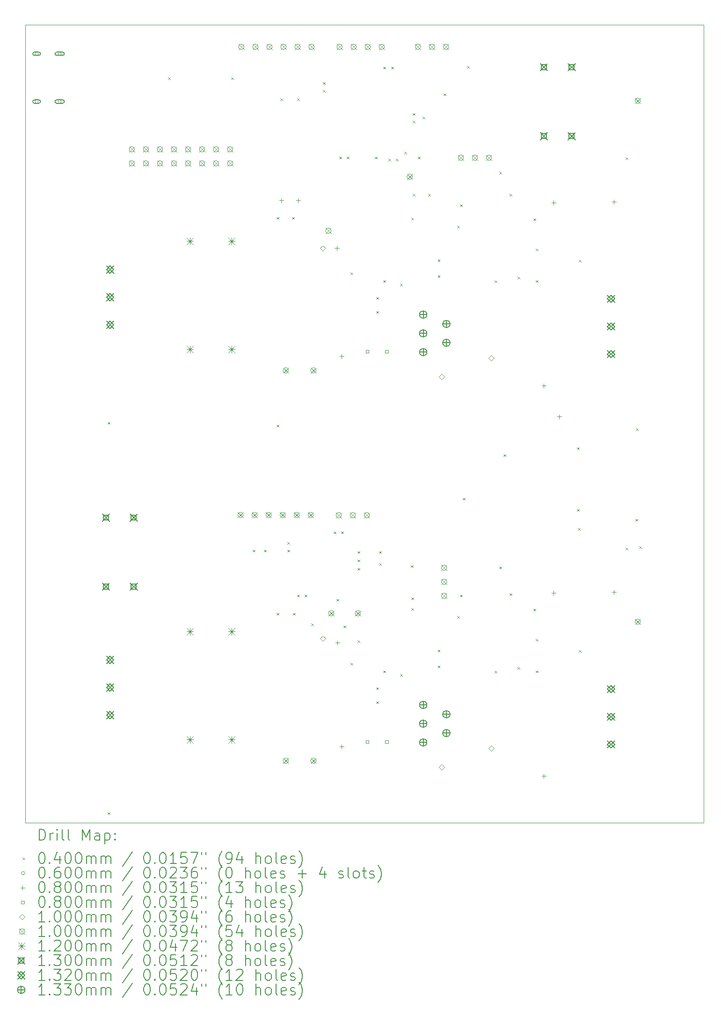
<source format=gbr>
%TF.GenerationSoftware,KiCad,Pcbnew,(6.0.7)*%
%TF.CreationDate,2022-10-24T14:50:31-04:00*%
%TF.ProjectId,LabPowerSupply,4c616250-6f77-4657-9253-7570706c792e,rev?*%
%TF.SameCoordinates,Original*%
%TF.FileFunction,Drillmap*%
%TF.FilePolarity,Positive*%
%FSLAX45Y45*%
G04 Gerber Fmt 4.5, Leading zero omitted, Abs format (unit mm)*
G04 Created by KiCad (PCBNEW (6.0.7)) date 2022-10-24 14:50:31*
%MOMM*%
%LPD*%
G01*
G04 APERTURE LIST*
%ADD10C,0.100000*%
%ADD11C,0.200000*%
%ADD12C,0.040000*%
%ADD13C,0.060000*%
%ADD14C,0.080000*%
%ADD15C,0.120000*%
%ADD16C,0.130000*%
%ADD17C,0.132000*%
%ADD18C,0.133000*%
G04 APERTURE END LIST*
D10*
X3581400Y-3067050D02*
X15862300Y-3067050D01*
X15862300Y-3067050D02*
X15862300Y-17506950D01*
X15862300Y-17506950D02*
X3581400Y-17506950D01*
X3581400Y-17506950D02*
X3581400Y-3067050D01*
D11*
D12*
X5072700Y-10254300D02*
X5112700Y-10294300D01*
X5112700Y-10254300D02*
X5072700Y-10294300D01*
X5072700Y-17315500D02*
X5112700Y-17355500D01*
X5112700Y-17315500D02*
X5072700Y-17355500D01*
X6164900Y-4018600D02*
X6204900Y-4058600D01*
X6204900Y-4018600D02*
X6164900Y-4058600D01*
X7307900Y-4018600D02*
X7347900Y-4058600D01*
X7347900Y-4018600D02*
X7307900Y-4058600D01*
X7701600Y-12565700D02*
X7741600Y-12605700D01*
X7741600Y-12565700D02*
X7701600Y-12605700D01*
X7904800Y-12565700D02*
X7944800Y-12605700D01*
X7944800Y-12565700D02*
X7904800Y-12605700D01*
X8133400Y-6545900D02*
X8173400Y-6585900D01*
X8173400Y-6545900D02*
X8133400Y-6585900D01*
X8133400Y-10305100D02*
X8173400Y-10345100D01*
X8173400Y-10305100D02*
X8133400Y-10345100D01*
X8133400Y-13708700D02*
X8173400Y-13748700D01*
X8173400Y-13708700D02*
X8133400Y-13748700D01*
X8196900Y-4399600D02*
X8236900Y-4439600D01*
X8236900Y-4399600D02*
X8196900Y-4439600D01*
X8323900Y-12426000D02*
X8363900Y-12466000D01*
X8363900Y-12426000D02*
X8323900Y-12466000D01*
X8323900Y-12565700D02*
X8363900Y-12605700D01*
X8363900Y-12565700D02*
X8323900Y-12605700D01*
X8412800Y-6545900D02*
X8452800Y-6585900D01*
X8452800Y-6545900D02*
X8412800Y-6585900D01*
X8425500Y-13708700D02*
X8465500Y-13748700D01*
X8465500Y-13708700D02*
X8425500Y-13748700D01*
X8501700Y-4399600D02*
X8541700Y-4439600D01*
X8541700Y-4399600D02*
X8501700Y-4439600D01*
X8501700Y-13378500D02*
X8541700Y-13418500D01*
X8541700Y-13378500D02*
X8501700Y-13418500D01*
X8641400Y-13378500D02*
X8681400Y-13418500D01*
X8681400Y-13378500D02*
X8641400Y-13418500D01*
X8755700Y-13899200D02*
X8795700Y-13939200D01*
X8795700Y-13899200D02*
X8755700Y-13939200D01*
X8971600Y-4107500D02*
X9011600Y-4147500D01*
X9011600Y-4107500D02*
X8971600Y-4147500D01*
X8971600Y-4247200D02*
X9011600Y-4287200D01*
X9011600Y-4247200D02*
X8971600Y-4287200D01*
X9162100Y-12235500D02*
X9202100Y-12275500D01*
X9202100Y-12235500D02*
X9162100Y-12275500D01*
X9212900Y-13454700D02*
X9252900Y-13494700D01*
X9252900Y-13454700D02*
X9212900Y-13494700D01*
X9263700Y-5453700D02*
X9303700Y-5493700D01*
X9303700Y-5453700D02*
X9263700Y-5493700D01*
X9301800Y-12235500D02*
X9341800Y-12275500D01*
X9341800Y-12235500D02*
X9301800Y-12275500D01*
X9339900Y-13937300D02*
X9379900Y-13977300D01*
X9379900Y-13937300D02*
X9339900Y-13977300D01*
X9403400Y-5453700D02*
X9443400Y-5493700D01*
X9443400Y-5453700D02*
X9403400Y-5493700D01*
X9466900Y-7549200D02*
X9506900Y-7589200D01*
X9506900Y-7549200D02*
X9466900Y-7589200D01*
X9466900Y-14610400D02*
X9506900Y-14650400D01*
X9506900Y-14610400D02*
X9466900Y-14650400D01*
X9593900Y-12591100D02*
X9633900Y-12631100D01*
X9633900Y-12591100D02*
X9593900Y-12631100D01*
X9593900Y-12743500D02*
X9633900Y-12783500D01*
X9633900Y-12743500D02*
X9593900Y-12783500D01*
X9593900Y-12895900D02*
X9633900Y-12935900D01*
X9633900Y-12895900D02*
X9593900Y-12935900D01*
X9593900Y-14204000D02*
X9633900Y-14244000D01*
X9633900Y-14204000D02*
X9593900Y-14244000D01*
X9911400Y-5453700D02*
X9951400Y-5493700D01*
X9951400Y-5453700D02*
X9911400Y-5493700D01*
X9936800Y-7993700D02*
X9976800Y-8033700D01*
X9976800Y-7993700D02*
X9936800Y-8033700D01*
X9936800Y-8247700D02*
X9976800Y-8287700D01*
X9976800Y-8247700D02*
X9936800Y-8287700D01*
X9936800Y-15054900D02*
X9976800Y-15094900D01*
X9976800Y-15054900D02*
X9936800Y-15094900D01*
X9936800Y-15308900D02*
X9976800Y-15348900D01*
X9976800Y-15308900D02*
X9936800Y-15348900D01*
X9987600Y-12591100D02*
X10027600Y-12631100D01*
X10027600Y-12591100D02*
X9987600Y-12631100D01*
X9987600Y-12807000D02*
X10027600Y-12847000D01*
X10027600Y-12807000D02*
X9987600Y-12847000D01*
X10063800Y-3828100D02*
X10103800Y-3868100D01*
X10103800Y-3828100D02*
X10063800Y-3868100D01*
X10063800Y-7688900D02*
X10103800Y-7728900D01*
X10103800Y-7688900D02*
X10063800Y-7728900D01*
X10063800Y-14750100D02*
X10103800Y-14790100D01*
X10103800Y-14750100D02*
X10063800Y-14790100D01*
X10152700Y-5491800D02*
X10192700Y-5531800D01*
X10192700Y-5491800D02*
X10152700Y-5531800D01*
X10203500Y-3828100D02*
X10243500Y-3868100D01*
X10243500Y-3828100D02*
X10203500Y-3868100D01*
X10292400Y-5491800D02*
X10332400Y-5531800D01*
X10332400Y-5491800D02*
X10292400Y-5531800D01*
X10368600Y-7752400D02*
X10408600Y-7792400D01*
X10408600Y-7752400D02*
X10368600Y-7792400D01*
X10368600Y-14813600D02*
X10408600Y-14853600D01*
X10408600Y-14813600D02*
X10368600Y-14853600D01*
X10444800Y-5364800D02*
X10484800Y-5404800D01*
X10484800Y-5364800D02*
X10444800Y-5404800D01*
X10559100Y-12845100D02*
X10599100Y-12885100D01*
X10599100Y-12845100D02*
X10559100Y-12885100D01*
X10571800Y-6558600D02*
X10611800Y-6598600D01*
X10611800Y-6558600D02*
X10571800Y-6598600D01*
X10571800Y-13429300D02*
X10611800Y-13469300D01*
X10611800Y-13429300D02*
X10571800Y-13469300D01*
X10571800Y-13619800D02*
X10611800Y-13659800D01*
X10611800Y-13619800D02*
X10571800Y-13659800D01*
X10597200Y-4666300D02*
X10637200Y-4706300D01*
X10637200Y-4666300D02*
X10597200Y-4706300D01*
X10597200Y-4806000D02*
X10637200Y-4846000D01*
X10637200Y-4806000D02*
X10597200Y-4846000D01*
X10597200Y-6126800D02*
X10637200Y-6166800D01*
X10637200Y-6126800D02*
X10597200Y-6166800D01*
X10686100Y-5453700D02*
X10726100Y-5493700D01*
X10726100Y-5453700D02*
X10686100Y-5493700D01*
X10775000Y-4729800D02*
X10815000Y-4769800D01*
X10815000Y-4729800D02*
X10775000Y-4769800D01*
X10876600Y-6126800D02*
X10916600Y-6166800D01*
X10916600Y-6126800D02*
X10876600Y-6166800D01*
X11046600Y-7310650D02*
X11086600Y-7350650D01*
X11086600Y-7310650D02*
X11046600Y-7350650D01*
X11046600Y-7602750D02*
X11086600Y-7642750D01*
X11086600Y-7602750D02*
X11046600Y-7642750D01*
X11046600Y-14371850D02*
X11086600Y-14411850D01*
X11086600Y-14371850D02*
X11046600Y-14411850D01*
X11046600Y-14663950D02*
X11086600Y-14703950D01*
X11086600Y-14663950D02*
X11046600Y-14703950D01*
X11156000Y-4310700D02*
X11196000Y-4350700D01*
X11196000Y-4310700D02*
X11156000Y-4350700D01*
X11397300Y-6701250D02*
X11437300Y-6741250D01*
X11437300Y-6701250D02*
X11397300Y-6741250D01*
X11397300Y-13762450D02*
X11437300Y-13802450D01*
X11437300Y-13762450D02*
X11397300Y-13802450D01*
X11448100Y-6317300D02*
X11488100Y-6357300D01*
X11488100Y-6317300D02*
X11448100Y-6357300D01*
X11448100Y-13378500D02*
X11488100Y-13418500D01*
X11488100Y-13378500D02*
X11448100Y-13418500D01*
X11498900Y-11625900D02*
X11538900Y-11665900D01*
X11538900Y-11625900D02*
X11498900Y-11665900D01*
X11575100Y-3815400D02*
X11615100Y-3855400D01*
X11615100Y-3815400D02*
X11575100Y-3855400D01*
X12075300Y-7691750D02*
X12115300Y-7731750D01*
X12115300Y-7691750D02*
X12075300Y-7731750D01*
X12075300Y-14752950D02*
X12115300Y-14792950D01*
X12115300Y-14752950D02*
X12075300Y-14792950D01*
X12159300Y-5726800D02*
X12199300Y-5766800D01*
X12199300Y-5726800D02*
X12159300Y-5766800D01*
X12159300Y-12870500D02*
X12199300Y-12910500D01*
X12199300Y-12870500D02*
X12159300Y-12910500D01*
X12235500Y-10838500D02*
X12275500Y-10878500D01*
X12275500Y-10838500D02*
X12235500Y-10878500D01*
X12349800Y-6126800D02*
X12389800Y-6166800D01*
X12389800Y-6126800D02*
X12349800Y-6166800D01*
X12349800Y-13353100D02*
X12389800Y-13393100D01*
X12389800Y-13353100D02*
X12349800Y-13393100D01*
X12489500Y-7625400D02*
X12529500Y-7665400D01*
X12529500Y-7625400D02*
X12489500Y-7665400D01*
X12489500Y-14686600D02*
X12529500Y-14726600D01*
X12529500Y-14686600D02*
X12489500Y-14726600D01*
X12781600Y-6571300D02*
X12821600Y-6611300D01*
X12821600Y-6571300D02*
X12781600Y-6611300D01*
X12781600Y-13632500D02*
X12821600Y-13672500D01*
X12821600Y-13632500D02*
X12781600Y-13672500D01*
X12819700Y-7117400D02*
X12859700Y-7157400D01*
X12859700Y-7117400D02*
X12819700Y-7157400D01*
X12819700Y-7688900D02*
X12859700Y-7728900D01*
X12859700Y-7688900D02*
X12819700Y-7728900D01*
X12819700Y-14178600D02*
X12859700Y-14218600D01*
X12859700Y-14178600D02*
X12819700Y-14218600D01*
X12819700Y-14750100D02*
X12859700Y-14790100D01*
X12859700Y-14750100D02*
X12819700Y-14790100D01*
X13569000Y-10711500D02*
X13609000Y-10751500D01*
X13609000Y-10711500D02*
X13569000Y-10751500D01*
X13569000Y-11829100D02*
X13609000Y-11869100D01*
X13609000Y-11829100D02*
X13569000Y-11869100D01*
X13581700Y-12172000D02*
X13621700Y-12212000D01*
X13621700Y-12172000D02*
X13581700Y-12212000D01*
X13597650Y-7320600D02*
X13637650Y-7360600D01*
X13637650Y-7320600D02*
X13597650Y-7360600D01*
X13597650Y-14381800D02*
X13637650Y-14421800D01*
X13637650Y-14381800D02*
X13597650Y-14421800D01*
X14445300Y-5466400D02*
X14485300Y-5506400D01*
X14485300Y-5466400D02*
X14445300Y-5506400D01*
X14445300Y-12527600D02*
X14485300Y-12567600D01*
X14485300Y-12527600D02*
X14445300Y-12567600D01*
X14623100Y-12006900D02*
X14663100Y-12046900D01*
X14663100Y-12006900D02*
X14623100Y-12046900D01*
X14635800Y-10368600D02*
X14675800Y-10408600D01*
X14675800Y-10368600D02*
X14635800Y-10408600D01*
X14689850Y-12502200D02*
X14729850Y-12542200D01*
X14729850Y-12502200D02*
X14689850Y-12542200D01*
D13*
X3819200Y-3593900D02*
G75*
G03*
X3819200Y-3593900I-30000J0D01*
G01*
D11*
X3749200Y-3623900D02*
X3829200Y-3623900D01*
X3749200Y-3563900D02*
X3829200Y-3563900D01*
X3829200Y-3623900D02*
G75*
G03*
X3829200Y-3563900I0J30000D01*
G01*
X3749200Y-3563900D02*
G75*
G03*
X3749200Y-3623900I0J-30000D01*
G01*
D13*
X3819200Y-4457900D02*
G75*
G03*
X3819200Y-4457900I-30000J0D01*
G01*
D11*
X3749200Y-4487900D02*
X3829200Y-4487900D01*
X3749200Y-4427900D02*
X3829200Y-4427900D01*
X3829200Y-4487900D02*
G75*
G03*
X3829200Y-4427900I0J30000D01*
G01*
X3749200Y-4427900D02*
G75*
G03*
X3749200Y-4487900I0J-30000D01*
G01*
D13*
X4236200Y-3593900D02*
G75*
G03*
X4236200Y-3593900I-30000J0D01*
G01*
D11*
X4151200Y-3623900D02*
X4261200Y-3623900D01*
X4151200Y-3563900D02*
X4261200Y-3563900D01*
X4261200Y-3623900D02*
G75*
G03*
X4261200Y-3563900I0J30000D01*
G01*
X4151200Y-3563900D02*
G75*
G03*
X4151200Y-3623900I0J-30000D01*
G01*
D13*
X4236200Y-4457900D02*
G75*
G03*
X4236200Y-4457900I-30000J0D01*
G01*
D11*
X4151200Y-4487900D02*
X4261200Y-4487900D01*
X4151200Y-4427900D02*
X4261200Y-4427900D01*
X4261200Y-4487900D02*
G75*
G03*
X4261200Y-4427900I0J30000D01*
G01*
X4151200Y-4427900D02*
G75*
G03*
X4151200Y-4487900I0J-30000D01*
G01*
D14*
X8216900Y-6208400D02*
X8216900Y-6288400D01*
X8176900Y-6248400D02*
X8256900Y-6248400D01*
X8521700Y-6208400D02*
X8521700Y-6288400D01*
X8481700Y-6248400D02*
X8561700Y-6248400D01*
X9220200Y-7072000D02*
X9220200Y-7152000D01*
X9180200Y-7112000D02*
X9260200Y-7112000D01*
X9232900Y-14209400D02*
X9232900Y-14289400D01*
X9192900Y-14249400D02*
X9272900Y-14249400D01*
X9309100Y-9027800D02*
X9309100Y-9107800D01*
X9269100Y-9067800D02*
X9349100Y-9067800D01*
X9309100Y-16089000D02*
X9309100Y-16169000D01*
X9269100Y-16129000D02*
X9349100Y-16129000D01*
X12966700Y-9561200D02*
X12966700Y-9641200D01*
X12926700Y-9601200D02*
X13006700Y-9601200D01*
X12966700Y-16622400D02*
X12966700Y-16702400D01*
X12926700Y-16662400D02*
X13006700Y-16662400D01*
X13144500Y-6246500D02*
X13144500Y-6326500D01*
X13104500Y-6286500D02*
X13184500Y-6286500D01*
X13144500Y-13307700D02*
X13144500Y-13387700D01*
X13104500Y-13347700D02*
X13184500Y-13347700D01*
X13246100Y-10120000D02*
X13246100Y-10200000D01*
X13206100Y-10160000D02*
X13286100Y-10160000D01*
X14236700Y-6233800D02*
X14236700Y-6313800D01*
X14196700Y-6273800D02*
X14276700Y-6273800D01*
X14236700Y-13295000D02*
X14236700Y-13375000D01*
X14196700Y-13335000D02*
X14276700Y-13335000D01*
X9800185Y-9007185D02*
X9800185Y-8950616D01*
X9743616Y-8950616D01*
X9743616Y-9007185D01*
X9800185Y-9007185D01*
X9800185Y-16068384D02*
X9800185Y-16011815D01*
X9743616Y-16011815D01*
X9743616Y-16068384D01*
X9800185Y-16068384D01*
X10150185Y-9007185D02*
X10150185Y-8950616D01*
X10093616Y-8950616D01*
X10093616Y-9007185D01*
X10150185Y-9007185D01*
X10150185Y-16068384D02*
X10150185Y-16011815D01*
X10093616Y-16011815D01*
X10093616Y-16068384D01*
X10150185Y-16068384D01*
D10*
X8966200Y-7162000D02*
X9016200Y-7112000D01*
X8966200Y-7062000D01*
X8916200Y-7112000D01*
X8966200Y-7162000D01*
X8966200Y-14223200D02*
X9016200Y-14173200D01*
X8966200Y-14123200D01*
X8916200Y-14173200D01*
X8966200Y-14223200D01*
X11117400Y-9489050D02*
X11167400Y-9439050D01*
X11117400Y-9389050D01*
X11067400Y-9439050D01*
X11117400Y-9489050D01*
X11117400Y-16550250D02*
X11167400Y-16500250D01*
X11117400Y-16450250D01*
X11067400Y-16500250D01*
X11117400Y-16550250D01*
X12019100Y-9146150D02*
X12069100Y-9096150D01*
X12019100Y-9046150D01*
X11969100Y-9096150D01*
X12019100Y-9146150D01*
X12019100Y-16207350D02*
X12069100Y-16157350D01*
X12019100Y-16107350D01*
X11969100Y-16157350D01*
X12019100Y-16207350D01*
X5461800Y-5271300D02*
X5561800Y-5371300D01*
X5561800Y-5271300D02*
X5461800Y-5371300D01*
X5561800Y-5321300D02*
G75*
G03*
X5561800Y-5321300I-50000J0D01*
G01*
X5461800Y-5525300D02*
X5561800Y-5625300D01*
X5561800Y-5525300D02*
X5461800Y-5625300D01*
X5561800Y-5575300D02*
G75*
G03*
X5561800Y-5575300I-50000J0D01*
G01*
X5715800Y-5271300D02*
X5815800Y-5371300D01*
X5815800Y-5271300D02*
X5715800Y-5371300D01*
X5815800Y-5321300D02*
G75*
G03*
X5815800Y-5321300I-50000J0D01*
G01*
X5715800Y-5525300D02*
X5815800Y-5625300D01*
X5815800Y-5525300D02*
X5715800Y-5625300D01*
X5815800Y-5575300D02*
G75*
G03*
X5815800Y-5575300I-50000J0D01*
G01*
X5969800Y-5271300D02*
X6069800Y-5371300D01*
X6069800Y-5271300D02*
X5969800Y-5371300D01*
X6069800Y-5321300D02*
G75*
G03*
X6069800Y-5321300I-50000J0D01*
G01*
X5969800Y-5525300D02*
X6069800Y-5625300D01*
X6069800Y-5525300D02*
X5969800Y-5625300D01*
X6069800Y-5575300D02*
G75*
G03*
X6069800Y-5575300I-50000J0D01*
G01*
X6223800Y-5271300D02*
X6323800Y-5371300D01*
X6323800Y-5271300D02*
X6223800Y-5371300D01*
X6323800Y-5321300D02*
G75*
G03*
X6323800Y-5321300I-50000J0D01*
G01*
X6223800Y-5525300D02*
X6323800Y-5625300D01*
X6323800Y-5525300D02*
X6223800Y-5625300D01*
X6323800Y-5575300D02*
G75*
G03*
X6323800Y-5575300I-50000J0D01*
G01*
X6477800Y-5271300D02*
X6577800Y-5371300D01*
X6577800Y-5271300D02*
X6477800Y-5371300D01*
X6577800Y-5321300D02*
G75*
G03*
X6577800Y-5321300I-50000J0D01*
G01*
X6477800Y-5525300D02*
X6577800Y-5625300D01*
X6577800Y-5525300D02*
X6477800Y-5625300D01*
X6577800Y-5575300D02*
G75*
G03*
X6577800Y-5575300I-50000J0D01*
G01*
X6731800Y-5271300D02*
X6831800Y-5371300D01*
X6831800Y-5271300D02*
X6731800Y-5371300D01*
X6831800Y-5321300D02*
G75*
G03*
X6831800Y-5321300I-50000J0D01*
G01*
X6731800Y-5525300D02*
X6831800Y-5625300D01*
X6831800Y-5525300D02*
X6731800Y-5625300D01*
X6831800Y-5575300D02*
G75*
G03*
X6831800Y-5575300I-50000J0D01*
G01*
X6985800Y-5271300D02*
X7085800Y-5371300D01*
X7085800Y-5271300D02*
X6985800Y-5371300D01*
X7085800Y-5321300D02*
G75*
G03*
X7085800Y-5321300I-50000J0D01*
G01*
X6985800Y-5525300D02*
X7085800Y-5625300D01*
X7085800Y-5525300D02*
X6985800Y-5625300D01*
X7085800Y-5575300D02*
G75*
G03*
X7085800Y-5575300I-50000J0D01*
G01*
X7239800Y-5271300D02*
X7339800Y-5371300D01*
X7339800Y-5271300D02*
X7239800Y-5371300D01*
X7339800Y-5321300D02*
G75*
G03*
X7339800Y-5321300I-50000J0D01*
G01*
X7239800Y-5525300D02*
X7339800Y-5625300D01*
X7339800Y-5525300D02*
X7239800Y-5625300D01*
X7339800Y-5575300D02*
G75*
G03*
X7339800Y-5575300I-50000J0D01*
G01*
X7430300Y-11888000D02*
X7530300Y-11988000D01*
X7530300Y-11888000D02*
X7430300Y-11988000D01*
X7530300Y-11938000D02*
G75*
G03*
X7530300Y-11938000I-50000J0D01*
G01*
X7443000Y-3417100D02*
X7543000Y-3517100D01*
X7543000Y-3417100D02*
X7443000Y-3517100D01*
X7543000Y-3467100D02*
G75*
G03*
X7543000Y-3467100I-50000J0D01*
G01*
X7684300Y-11888000D02*
X7784300Y-11988000D01*
X7784300Y-11888000D02*
X7684300Y-11988000D01*
X7784300Y-11938000D02*
G75*
G03*
X7784300Y-11938000I-50000J0D01*
G01*
X7697000Y-3417100D02*
X7797000Y-3517100D01*
X7797000Y-3417100D02*
X7697000Y-3517100D01*
X7797000Y-3467100D02*
G75*
G03*
X7797000Y-3467100I-50000J0D01*
G01*
X7938300Y-11888000D02*
X8038300Y-11988000D01*
X8038300Y-11888000D02*
X7938300Y-11988000D01*
X8038300Y-11938000D02*
G75*
G03*
X8038300Y-11938000I-50000J0D01*
G01*
X7951000Y-3417100D02*
X8051000Y-3517100D01*
X8051000Y-3417100D02*
X7951000Y-3517100D01*
X8051000Y-3467100D02*
G75*
G03*
X8051000Y-3467100I-50000J0D01*
G01*
X8192300Y-11888000D02*
X8292300Y-11988000D01*
X8292300Y-11888000D02*
X8192300Y-11988000D01*
X8292300Y-11938000D02*
G75*
G03*
X8292300Y-11938000I-50000J0D01*
G01*
X8205000Y-3417100D02*
X8305000Y-3517100D01*
X8305000Y-3417100D02*
X8205000Y-3517100D01*
X8305000Y-3467100D02*
G75*
G03*
X8305000Y-3467100I-50000J0D01*
G01*
X8247632Y-9271800D02*
X8347632Y-9371800D01*
X8347632Y-9271800D02*
X8247632Y-9371800D01*
X8347632Y-9321800D02*
G75*
G03*
X8347632Y-9321800I-50000J0D01*
G01*
X8247632Y-16333000D02*
X8347632Y-16433000D01*
X8347632Y-16333000D02*
X8247632Y-16433000D01*
X8347632Y-16383000D02*
G75*
G03*
X8347632Y-16383000I-50000J0D01*
G01*
X8446300Y-11888000D02*
X8546300Y-11988000D01*
X8546300Y-11888000D02*
X8446300Y-11988000D01*
X8546300Y-11938000D02*
G75*
G03*
X8546300Y-11938000I-50000J0D01*
G01*
X8459000Y-3417100D02*
X8559000Y-3517100D01*
X8559000Y-3417100D02*
X8459000Y-3517100D01*
X8559000Y-3467100D02*
G75*
G03*
X8559000Y-3467100I-50000J0D01*
G01*
X8700300Y-11888000D02*
X8800300Y-11988000D01*
X8800300Y-11888000D02*
X8700300Y-11988000D01*
X8800300Y-11938000D02*
G75*
G03*
X8800300Y-11938000I-50000J0D01*
G01*
X8713000Y-3417100D02*
X8813000Y-3517100D01*
X8813000Y-3417100D02*
X8713000Y-3517100D01*
X8813000Y-3467100D02*
G75*
G03*
X8813000Y-3467100I-50000J0D01*
G01*
X8747632Y-9271800D02*
X8847632Y-9371800D01*
X8847632Y-9271800D02*
X8747632Y-9371800D01*
X8847632Y-9321800D02*
G75*
G03*
X8847632Y-9321800I-50000J0D01*
G01*
X8747632Y-16333000D02*
X8847632Y-16433000D01*
X8847632Y-16333000D02*
X8747632Y-16433000D01*
X8847632Y-16383000D02*
G75*
G03*
X8847632Y-16383000I-50000J0D01*
G01*
X9017800Y-6744500D02*
X9117800Y-6844500D01*
X9117800Y-6744500D02*
X9017800Y-6844500D01*
X9117800Y-6794500D02*
G75*
G03*
X9117800Y-6794500I-50000J0D01*
G01*
X9068600Y-13666000D02*
X9168600Y-13766000D01*
X9168600Y-13666000D02*
X9068600Y-13766000D01*
X9168600Y-13716000D02*
G75*
G03*
X9168600Y-13716000I-50000J0D01*
G01*
X9206800Y-11890500D02*
X9306800Y-11990500D01*
X9306800Y-11890500D02*
X9206800Y-11990500D01*
X9306800Y-11940500D02*
G75*
G03*
X9306800Y-11940500I-50000J0D01*
G01*
X9221000Y-3417100D02*
X9321000Y-3517100D01*
X9321000Y-3417100D02*
X9221000Y-3517100D01*
X9321000Y-3467100D02*
G75*
G03*
X9321000Y-3467100I-50000J0D01*
G01*
X9460800Y-11890500D02*
X9560800Y-11990500D01*
X9560800Y-11890500D02*
X9460800Y-11990500D01*
X9560800Y-11940500D02*
G75*
G03*
X9560800Y-11940500I-50000J0D01*
G01*
X9475000Y-3417100D02*
X9575000Y-3517100D01*
X9575000Y-3417100D02*
X9475000Y-3517100D01*
X9575000Y-3467100D02*
G75*
G03*
X9575000Y-3467100I-50000J0D01*
G01*
X9551200Y-13666000D02*
X9651200Y-13766000D01*
X9651200Y-13666000D02*
X9551200Y-13766000D01*
X9651200Y-13716000D02*
G75*
G03*
X9651200Y-13716000I-50000J0D01*
G01*
X9714800Y-11890500D02*
X9814800Y-11990500D01*
X9814800Y-11890500D02*
X9714800Y-11990500D01*
X9814800Y-11940500D02*
G75*
G03*
X9814800Y-11940500I-50000J0D01*
G01*
X9729000Y-3417100D02*
X9829000Y-3517100D01*
X9829000Y-3417100D02*
X9729000Y-3517100D01*
X9829000Y-3467100D02*
G75*
G03*
X9829000Y-3467100I-50000J0D01*
G01*
X9983000Y-3417100D02*
X10083000Y-3517100D01*
X10083000Y-3417100D02*
X9983000Y-3517100D01*
X10083000Y-3467100D02*
G75*
G03*
X10083000Y-3467100I-50000J0D01*
G01*
X10491000Y-5766600D02*
X10591000Y-5866600D01*
X10591000Y-5766600D02*
X10491000Y-5866600D01*
X10591000Y-5816600D02*
G75*
G03*
X10591000Y-5816600I-50000J0D01*
G01*
X10639400Y-3417100D02*
X10739400Y-3517100D01*
X10739400Y-3417100D02*
X10639400Y-3517100D01*
X10739400Y-3467100D02*
G75*
G03*
X10739400Y-3467100I-50000J0D01*
G01*
X10893400Y-3417100D02*
X10993400Y-3517100D01*
X10993400Y-3417100D02*
X10893400Y-3517100D01*
X10993400Y-3467100D02*
G75*
G03*
X10993400Y-3467100I-50000J0D01*
G01*
X11113300Y-12842000D02*
X11213300Y-12942000D01*
X11213300Y-12842000D02*
X11113300Y-12942000D01*
X11213300Y-12892000D02*
G75*
G03*
X11213300Y-12892000I-50000J0D01*
G01*
X11113300Y-13096000D02*
X11213300Y-13196000D01*
X11213300Y-13096000D02*
X11113300Y-13196000D01*
X11213300Y-13146000D02*
G75*
G03*
X11213300Y-13146000I-50000J0D01*
G01*
X11113300Y-13350000D02*
X11213300Y-13450000D01*
X11213300Y-13350000D02*
X11113300Y-13450000D01*
X11213300Y-13400000D02*
G75*
G03*
X11213300Y-13400000I-50000J0D01*
G01*
X11147400Y-3417100D02*
X11247400Y-3517100D01*
X11247400Y-3417100D02*
X11147400Y-3517100D01*
X11247400Y-3467100D02*
G75*
G03*
X11247400Y-3467100I-50000J0D01*
G01*
X11416600Y-5423700D02*
X11516600Y-5523700D01*
X11516600Y-5423700D02*
X11416600Y-5523700D01*
X11516600Y-5473700D02*
G75*
G03*
X11516600Y-5473700I-50000J0D01*
G01*
X11670600Y-5423700D02*
X11770600Y-5523700D01*
X11770600Y-5423700D02*
X11670600Y-5523700D01*
X11770600Y-5473700D02*
G75*
G03*
X11770600Y-5473700I-50000J0D01*
G01*
X11924600Y-5423700D02*
X12024600Y-5523700D01*
X12024600Y-5423700D02*
X11924600Y-5523700D01*
X12024600Y-5473700D02*
G75*
G03*
X12024600Y-5473700I-50000J0D01*
G01*
X14618500Y-4395000D02*
X14718500Y-4495000D01*
X14718500Y-4395000D02*
X14618500Y-4495000D01*
X14718500Y-4445000D02*
G75*
G03*
X14718500Y-4445000I-50000J0D01*
G01*
X14618500Y-13818400D02*
X14718500Y-13918400D01*
X14718500Y-13818400D02*
X14618500Y-13918400D01*
X14718500Y-13868400D02*
G75*
G03*
X14718500Y-13868400I-50000J0D01*
G01*
D15*
X6505200Y-6925000D02*
X6625200Y-7045000D01*
X6625200Y-6925000D02*
X6505200Y-7045000D01*
X6565200Y-6925000D02*
X6565200Y-7045000D01*
X6505200Y-6985000D02*
X6625200Y-6985000D01*
X6505200Y-8880800D02*
X6625200Y-9000800D01*
X6625200Y-8880800D02*
X6505200Y-9000800D01*
X6565200Y-8880800D02*
X6565200Y-9000800D01*
X6505200Y-8940800D02*
X6625200Y-8940800D01*
X6505200Y-13986200D02*
X6625200Y-14106200D01*
X6625200Y-13986200D02*
X6505200Y-14106200D01*
X6565200Y-13986200D02*
X6565200Y-14106200D01*
X6505200Y-14046200D02*
X6625200Y-14046200D01*
X6505200Y-15942000D02*
X6625200Y-16062000D01*
X6625200Y-15942000D02*
X6505200Y-16062000D01*
X6565200Y-15942000D02*
X6565200Y-16062000D01*
X6505200Y-16002000D02*
X6625200Y-16002000D01*
X7255200Y-6925000D02*
X7375200Y-7045000D01*
X7375200Y-6925000D02*
X7255200Y-7045000D01*
X7315200Y-6925000D02*
X7315200Y-7045000D01*
X7255200Y-6985000D02*
X7375200Y-6985000D01*
X7255200Y-8880800D02*
X7375200Y-9000800D01*
X7375200Y-8880800D02*
X7255200Y-9000800D01*
X7315200Y-8880800D02*
X7315200Y-9000800D01*
X7255200Y-8940800D02*
X7375200Y-8940800D01*
X7255200Y-13986200D02*
X7375200Y-14106200D01*
X7375200Y-13986200D02*
X7255200Y-14106200D01*
X7315200Y-13986200D02*
X7315200Y-14106200D01*
X7255200Y-14046200D02*
X7375200Y-14046200D01*
X7255200Y-15942000D02*
X7375200Y-16062000D01*
X7375200Y-15942000D02*
X7255200Y-16062000D01*
X7315200Y-15942000D02*
X7315200Y-16062000D01*
X7255200Y-16002000D02*
X7375200Y-16002000D01*
D16*
X4980900Y-11920100D02*
X5110900Y-12050100D01*
X5110900Y-11920100D02*
X4980900Y-12050100D01*
X5091862Y-12031062D02*
X5091862Y-11939138D01*
X4999938Y-11939138D01*
X4999938Y-12031062D01*
X5091862Y-12031062D01*
X4980900Y-13170100D02*
X5110900Y-13300100D01*
X5110900Y-13170100D02*
X4980900Y-13300100D01*
X5091862Y-13281062D02*
X5091862Y-13189138D01*
X4999938Y-13189138D01*
X4999938Y-13281062D01*
X5091862Y-13281062D01*
X5480900Y-11920100D02*
X5610900Y-12050100D01*
X5610900Y-11920100D02*
X5480900Y-12050100D01*
X5591862Y-12031062D02*
X5591862Y-11939138D01*
X5499938Y-11939138D01*
X5499938Y-12031062D01*
X5591862Y-12031062D01*
X5480900Y-13170100D02*
X5610900Y-13300100D01*
X5610900Y-13170100D02*
X5480900Y-13300100D01*
X5591862Y-13281062D02*
X5591862Y-13189138D01*
X5499938Y-13189138D01*
X5499938Y-13281062D01*
X5591862Y-13281062D01*
X12905700Y-3768700D02*
X13035700Y-3898700D01*
X13035700Y-3768700D02*
X12905700Y-3898700D01*
X13016662Y-3879662D02*
X13016662Y-3787738D01*
X12924738Y-3787738D01*
X12924738Y-3879662D01*
X13016662Y-3879662D01*
X12905700Y-5018700D02*
X13035700Y-5148700D01*
X13035700Y-5018700D02*
X12905700Y-5148700D01*
X13016662Y-5129662D02*
X13016662Y-5037738D01*
X12924738Y-5037738D01*
X12924738Y-5129662D01*
X13016662Y-5129662D01*
X13405700Y-3768700D02*
X13535700Y-3898700D01*
X13535700Y-3768700D02*
X13405700Y-3898700D01*
X13516662Y-3879662D02*
X13516662Y-3787738D01*
X13424738Y-3787738D01*
X13424738Y-3879662D01*
X13516662Y-3879662D01*
X13405700Y-5018700D02*
X13535700Y-5148700D01*
X13535700Y-5018700D02*
X13405700Y-5148700D01*
X13516662Y-5129662D02*
X13516662Y-5037738D01*
X13424738Y-5037738D01*
X13424738Y-5129662D01*
X13516662Y-5129662D01*
D17*
X5053100Y-7430300D02*
X5185100Y-7562300D01*
X5185100Y-7430300D02*
X5053100Y-7562300D01*
X5119100Y-7562300D02*
X5185100Y-7496300D01*
X5119100Y-7430300D01*
X5053100Y-7496300D01*
X5119100Y-7562300D01*
X5053100Y-7930300D02*
X5185100Y-8062300D01*
X5185100Y-7930300D02*
X5053100Y-8062300D01*
X5119100Y-8062300D02*
X5185100Y-7996300D01*
X5119100Y-7930300D01*
X5053100Y-7996300D01*
X5119100Y-8062300D01*
X5053100Y-8430300D02*
X5185100Y-8562300D01*
X5185100Y-8430300D02*
X5053100Y-8562300D01*
X5119100Y-8562300D02*
X5185100Y-8496300D01*
X5119100Y-8430300D01*
X5053100Y-8496300D01*
X5119100Y-8562300D01*
X5053100Y-14491500D02*
X5185100Y-14623500D01*
X5185100Y-14491500D02*
X5053100Y-14623500D01*
X5119100Y-14623500D02*
X5185100Y-14557500D01*
X5119100Y-14491500D01*
X5053100Y-14557500D01*
X5119100Y-14623500D01*
X5053100Y-14991500D02*
X5185100Y-15123500D01*
X5185100Y-14991500D02*
X5053100Y-15123500D01*
X5119100Y-15123500D02*
X5185100Y-15057500D01*
X5119100Y-14991500D01*
X5053100Y-15057500D01*
X5119100Y-15123500D01*
X5053100Y-15491500D02*
X5185100Y-15623500D01*
X5185100Y-15491500D02*
X5053100Y-15623500D01*
X5119100Y-15623500D02*
X5185100Y-15557500D01*
X5119100Y-15491500D01*
X5053100Y-15557500D01*
X5119100Y-15623500D01*
X14117900Y-7960400D02*
X14249900Y-8092400D01*
X14249900Y-7960400D02*
X14117900Y-8092400D01*
X14183900Y-8092400D02*
X14249900Y-8026400D01*
X14183900Y-7960400D01*
X14117900Y-8026400D01*
X14183900Y-8092400D01*
X14117900Y-8460400D02*
X14249900Y-8592400D01*
X14249900Y-8460400D02*
X14117900Y-8592400D01*
X14183900Y-8592400D02*
X14249900Y-8526400D01*
X14183900Y-8460400D01*
X14117900Y-8526400D01*
X14183900Y-8592400D01*
X14117900Y-8960400D02*
X14249900Y-9092400D01*
X14249900Y-8960400D02*
X14117900Y-9092400D01*
X14183900Y-9092400D02*
X14249900Y-9026400D01*
X14183900Y-8960400D01*
X14117900Y-9026400D01*
X14183900Y-9092400D01*
X14117900Y-15021600D02*
X14249900Y-15153600D01*
X14249900Y-15021600D02*
X14117900Y-15153600D01*
X14183900Y-15153600D02*
X14249900Y-15087600D01*
X14183900Y-15021600D01*
X14117900Y-15087600D01*
X14183900Y-15153600D01*
X14117900Y-15521600D02*
X14249900Y-15653600D01*
X14249900Y-15521600D02*
X14117900Y-15653600D01*
X14183900Y-15653600D02*
X14249900Y-15587600D01*
X14183900Y-15521600D01*
X14117900Y-15587600D01*
X14183900Y-15653600D01*
X14117900Y-16021600D02*
X14249900Y-16153600D01*
X14249900Y-16021600D02*
X14117900Y-16153600D01*
X14183900Y-16153600D02*
X14249900Y-16087600D01*
X14183900Y-16021600D01*
X14117900Y-16087600D01*
X14183900Y-16153600D01*
D18*
X10784400Y-8244900D02*
X10784400Y-8377900D01*
X10717900Y-8311400D02*
X10850900Y-8311400D01*
X10850900Y-8311400D02*
G75*
G03*
X10850900Y-8311400I-66500J0D01*
G01*
X10784400Y-8584900D02*
X10784400Y-8717900D01*
X10717900Y-8651400D02*
X10850900Y-8651400D01*
X10850900Y-8651400D02*
G75*
G03*
X10850900Y-8651400I-66500J0D01*
G01*
X10784400Y-8924900D02*
X10784400Y-9057900D01*
X10717900Y-8991400D02*
X10850900Y-8991400D01*
X10850900Y-8991400D02*
G75*
G03*
X10850900Y-8991400I-66500J0D01*
G01*
X10784400Y-15306100D02*
X10784400Y-15439100D01*
X10717900Y-15372600D02*
X10850900Y-15372600D01*
X10850900Y-15372600D02*
G75*
G03*
X10850900Y-15372600I-66500J0D01*
G01*
X10784400Y-15646100D02*
X10784400Y-15779100D01*
X10717900Y-15712600D02*
X10850900Y-15712600D01*
X10850900Y-15712600D02*
G75*
G03*
X10850900Y-15712600I-66500J0D01*
G01*
X10784400Y-15986100D02*
X10784400Y-16119100D01*
X10717900Y-16052600D02*
X10850900Y-16052600D01*
X10850900Y-16052600D02*
G75*
G03*
X10850900Y-16052600I-66500J0D01*
G01*
X11203500Y-8414900D02*
X11203500Y-8547900D01*
X11137000Y-8481400D02*
X11270000Y-8481400D01*
X11270000Y-8481400D02*
G75*
G03*
X11270000Y-8481400I-66500J0D01*
G01*
X11203500Y-8754900D02*
X11203500Y-8887900D01*
X11137000Y-8821400D02*
X11270000Y-8821400D01*
X11270000Y-8821400D02*
G75*
G03*
X11270000Y-8821400I-66500J0D01*
G01*
X11203500Y-15476100D02*
X11203500Y-15609100D01*
X11137000Y-15542600D02*
X11270000Y-15542600D01*
X11270000Y-15542600D02*
G75*
G03*
X11270000Y-15542600I-66500J0D01*
G01*
X11203500Y-15816100D02*
X11203500Y-15949100D01*
X11137000Y-15882600D02*
X11270000Y-15882600D01*
X11270000Y-15882600D02*
G75*
G03*
X11270000Y-15882600I-66500J0D01*
G01*
D11*
X3834019Y-17822426D02*
X3834019Y-17622426D01*
X3881638Y-17622426D01*
X3910209Y-17631950D01*
X3929257Y-17650998D01*
X3938781Y-17670045D01*
X3948305Y-17708140D01*
X3948305Y-17736712D01*
X3938781Y-17774807D01*
X3929257Y-17793855D01*
X3910209Y-17812902D01*
X3881638Y-17822426D01*
X3834019Y-17822426D01*
X4034019Y-17822426D02*
X4034019Y-17689093D01*
X4034019Y-17727188D02*
X4043543Y-17708140D01*
X4053067Y-17698617D01*
X4072114Y-17689093D01*
X4091162Y-17689093D01*
X4157828Y-17822426D02*
X4157828Y-17689093D01*
X4157828Y-17622426D02*
X4148305Y-17631950D01*
X4157828Y-17641474D01*
X4167352Y-17631950D01*
X4157828Y-17622426D01*
X4157828Y-17641474D01*
X4281638Y-17822426D02*
X4262590Y-17812902D01*
X4253067Y-17793855D01*
X4253067Y-17622426D01*
X4386400Y-17822426D02*
X4367352Y-17812902D01*
X4357829Y-17793855D01*
X4357829Y-17622426D01*
X4614971Y-17822426D02*
X4614971Y-17622426D01*
X4681638Y-17765283D01*
X4748305Y-17622426D01*
X4748305Y-17822426D01*
X4929257Y-17822426D02*
X4929257Y-17717664D01*
X4919733Y-17698617D01*
X4900686Y-17689093D01*
X4862590Y-17689093D01*
X4843543Y-17698617D01*
X4929257Y-17812902D02*
X4910210Y-17822426D01*
X4862590Y-17822426D01*
X4843543Y-17812902D01*
X4834019Y-17793855D01*
X4834019Y-17774807D01*
X4843543Y-17755760D01*
X4862590Y-17746236D01*
X4910210Y-17746236D01*
X4929257Y-17736712D01*
X5024495Y-17689093D02*
X5024495Y-17889093D01*
X5024495Y-17698617D02*
X5043543Y-17689093D01*
X5081638Y-17689093D01*
X5100686Y-17698617D01*
X5110210Y-17708140D01*
X5119733Y-17727188D01*
X5119733Y-17784331D01*
X5110210Y-17803379D01*
X5100686Y-17812902D01*
X5081638Y-17822426D01*
X5043543Y-17822426D01*
X5024495Y-17812902D01*
X5205448Y-17803379D02*
X5214971Y-17812902D01*
X5205448Y-17822426D01*
X5195924Y-17812902D01*
X5205448Y-17803379D01*
X5205448Y-17822426D01*
X5205448Y-17698617D02*
X5214971Y-17708140D01*
X5205448Y-17717664D01*
X5195924Y-17708140D01*
X5205448Y-17698617D01*
X5205448Y-17717664D01*
D12*
X3536400Y-18131950D02*
X3576400Y-18171950D01*
X3576400Y-18131950D02*
X3536400Y-18171950D01*
D11*
X3872114Y-18042426D02*
X3891162Y-18042426D01*
X3910209Y-18051950D01*
X3919733Y-18061474D01*
X3929257Y-18080521D01*
X3938781Y-18118617D01*
X3938781Y-18166236D01*
X3929257Y-18204331D01*
X3919733Y-18223379D01*
X3910209Y-18232902D01*
X3891162Y-18242426D01*
X3872114Y-18242426D01*
X3853067Y-18232902D01*
X3843543Y-18223379D01*
X3834019Y-18204331D01*
X3824495Y-18166236D01*
X3824495Y-18118617D01*
X3834019Y-18080521D01*
X3843543Y-18061474D01*
X3853067Y-18051950D01*
X3872114Y-18042426D01*
X4024495Y-18223379D02*
X4034019Y-18232902D01*
X4024495Y-18242426D01*
X4014971Y-18232902D01*
X4024495Y-18223379D01*
X4024495Y-18242426D01*
X4205448Y-18109093D02*
X4205448Y-18242426D01*
X4157828Y-18032902D02*
X4110209Y-18175760D01*
X4234019Y-18175760D01*
X4348305Y-18042426D02*
X4367352Y-18042426D01*
X4386400Y-18051950D01*
X4395924Y-18061474D01*
X4405448Y-18080521D01*
X4414971Y-18118617D01*
X4414971Y-18166236D01*
X4405448Y-18204331D01*
X4395924Y-18223379D01*
X4386400Y-18232902D01*
X4367352Y-18242426D01*
X4348305Y-18242426D01*
X4329257Y-18232902D01*
X4319733Y-18223379D01*
X4310210Y-18204331D01*
X4300686Y-18166236D01*
X4300686Y-18118617D01*
X4310210Y-18080521D01*
X4319733Y-18061474D01*
X4329257Y-18051950D01*
X4348305Y-18042426D01*
X4538781Y-18042426D02*
X4557829Y-18042426D01*
X4576876Y-18051950D01*
X4586400Y-18061474D01*
X4595924Y-18080521D01*
X4605448Y-18118617D01*
X4605448Y-18166236D01*
X4595924Y-18204331D01*
X4586400Y-18223379D01*
X4576876Y-18232902D01*
X4557829Y-18242426D01*
X4538781Y-18242426D01*
X4519733Y-18232902D01*
X4510210Y-18223379D01*
X4500686Y-18204331D01*
X4491162Y-18166236D01*
X4491162Y-18118617D01*
X4500686Y-18080521D01*
X4510210Y-18061474D01*
X4519733Y-18051950D01*
X4538781Y-18042426D01*
X4691162Y-18242426D02*
X4691162Y-18109093D01*
X4691162Y-18128140D02*
X4700686Y-18118617D01*
X4719733Y-18109093D01*
X4748305Y-18109093D01*
X4767352Y-18118617D01*
X4776876Y-18137664D01*
X4776876Y-18242426D01*
X4776876Y-18137664D02*
X4786400Y-18118617D01*
X4805448Y-18109093D01*
X4834019Y-18109093D01*
X4853067Y-18118617D01*
X4862590Y-18137664D01*
X4862590Y-18242426D01*
X4957829Y-18242426D02*
X4957829Y-18109093D01*
X4957829Y-18128140D02*
X4967352Y-18118617D01*
X4986400Y-18109093D01*
X5014971Y-18109093D01*
X5034019Y-18118617D01*
X5043543Y-18137664D01*
X5043543Y-18242426D01*
X5043543Y-18137664D02*
X5053067Y-18118617D01*
X5072114Y-18109093D01*
X5100686Y-18109093D01*
X5119733Y-18118617D01*
X5129257Y-18137664D01*
X5129257Y-18242426D01*
X5519733Y-18032902D02*
X5348305Y-18290045D01*
X5776876Y-18042426D02*
X5795924Y-18042426D01*
X5814971Y-18051950D01*
X5824495Y-18061474D01*
X5834019Y-18080521D01*
X5843543Y-18118617D01*
X5843543Y-18166236D01*
X5834019Y-18204331D01*
X5824495Y-18223379D01*
X5814971Y-18232902D01*
X5795924Y-18242426D01*
X5776876Y-18242426D01*
X5757828Y-18232902D01*
X5748305Y-18223379D01*
X5738781Y-18204331D01*
X5729257Y-18166236D01*
X5729257Y-18118617D01*
X5738781Y-18080521D01*
X5748305Y-18061474D01*
X5757828Y-18051950D01*
X5776876Y-18042426D01*
X5929257Y-18223379D02*
X5938781Y-18232902D01*
X5929257Y-18242426D01*
X5919733Y-18232902D01*
X5929257Y-18223379D01*
X5929257Y-18242426D01*
X6062590Y-18042426D02*
X6081638Y-18042426D01*
X6100686Y-18051950D01*
X6110209Y-18061474D01*
X6119733Y-18080521D01*
X6129257Y-18118617D01*
X6129257Y-18166236D01*
X6119733Y-18204331D01*
X6110209Y-18223379D01*
X6100686Y-18232902D01*
X6081638Y-18242426D01*
X6062590Y-18242426D01*
X6043543Y-18232902D01*
X6034019Y-18223379D01*
X6024495Y-18204331D01*
X6014971Y-18166236D01*
X6014971Y-18118617D01*
X6024495Y-18080521D01*
X6034019Y-18061474D01*
X6043543Y-18051950D01*
X6062590Y-18042426D01*
X6319733Y-18242426D02*
X6205448Y-18242426D01*
X6262590Y-18242426D02*
X6262590Y-18042426D01*
X6243543Y-18070998D01*
X6224495Y-18090045D01*
X6205448Y-18099569D01*
X6500686Y-18042426D02*
X6405448Y-18042426D01*
X6395924Y-18137664D01*
X6405448Y-18128140D01*
X6424495Y-18118617D01*
X6472114Y-18118617D01*
X6491162Y-18128140D01*
X6500686Y-18137664D01*
X6510209Y-18156712D01*
X6510209Y-18204331D01*
X6500686Y-18223379D01*
X6491162Y-18232902D01*
X6472114Y-18242426D01*
X6424495Y-18242426D01*
X6405448Y-18232902D01*
X6395924Y-18223379D01*
X6576876Y-18042426D02*
X6710209Y-18042426D01*
X6624495Y-18242426D01*
X6776876Y-18042426D02*
X6776876Y-18080521D01*
X6853067Y-18042426D02*
X6853067Y-18080521D01*
X7148305Y-18318617D02*
X7138781Y-18309093D01*
X7119733Y-18280521D01*
X7110209Y-18261474D01*
X7100686Y-18232902D01*
X7091162Y-18185283D01*
X7091162Y-18147188D01*
X7100686Y-18099569D01*
X7110209Y-18070998D01*
X7119733Y-18051950D01*
X7138781Y-18023379D01*
X7148305Y-18013855D01*
X7234019Y-18242426D02*
X7272114Y-18242426D01*
X7291162Y-18232902D01*
X7300686Y-18223379D01*
X7319733Y-18194807D01*
X7329257Y-18156712D01*
X7329257Y-18080521D01*
X7319733Y-18061474D01*
X7310209Y-18051950D01*
X7291162Y-18042426D01*
X7253067Y-18042426D01*
X7234019Y-18051950D01*
X7224495Y-18061474D01*
X7214971Y-18080521D01*
X7214971Y-18128140D01*
X7224495Y-18147188D01*
X7234019Y-18156712D01*
X7253067Y-18166236D01*
X7291162Y-18166236D01*
X7310209Y-18156712D01*
X7319733Y-18147188D01*
X7329257Y-18128140D01*
X7500686Y-18109093D02*
X7500686Y-18242426D01*
X7453067Y-18032902D02*
X7405448Y-18175760D01*
X7529257Y-18175760D01*
X7757828Y-18242426D02*
X7757828Y-18042426D01*
X7843543Y-18242426D02*
X7843543Y-18137664D01*
X7834019Y-18118617D01*
X7814971Y-18109093D01*
X7786400Y-18109093D01*
X7767352Y-18118617D01*
X7757828Y-18128140D01*
X7967352Y-18242426D02*
X7948305Y-18232902D01*
X7938781Y-18223379D01*
X7929257Y-18204331D01*
X7929257Y-18147188D01*
X7938781Y-18128140D01*
X7948305Y-18118617D01*
X7967352Y-18109093D01*
X7995924Y-18109093D01*
X8014971Y-18118617D01*
X8024495Y-18128140D01*
X8034019Y-18147188D01*
X8034019Y-18204331D01*
X8024495Y-18223379D01*
X8014971Y-18232902D01*
X7995924Y-18242426D01*
X7967352Y-18242426D01*
X8148305Y-18242426D02*
X8129257Y-18232902D01*
X8119733Y-18213855D01*
X8119733Y-18042426D01*
X8300686Y-18232902D02*
X8281638Y-18242426D01*
X8243543Y-18242426D01*
X8224495Y-18232902D01*
X8214971Y-18213855D01*
X8214971Y-18137664D01*
X8224495Y-18118617D01*
X8243543Y-18109093D01*
X8281638Y-18109093D01*
X8300686Y-18118617D01*
X8310209Y-18137664D01*
X8310209Y-18156712D01*
X8214971Y-18175760D01*
X8386400Y-18232902D02*
X8405448Y-18242426D01*
X8443543Y-18242426D01*
X8462590Y-18232902D01*
X8472114Y-18213855D01*
X8472114Y-18204331D01*
X8462590Y-18185283D01*
X8443543Y-18175760D01*
X8414971Y-18175760D01*
X8395924Y-18166236D01*
X8386400Y-18147188D01*
X8386400Y-18137664D01*
X8395924Y-18118617D01*
X8414971Y-18109093D01*
X8443543Y-18109093D01*
X8462590Y-18118617D01*
X8538781Y-18318617D02*
X8548305Y-18309093D01*
X8567352Y-18280521D01*
X8576876Y-18261474D01*
X8586400Y-18232902D01*
X8595924Y-18185283D01*
X8595924Y-18147188D01*
X8586400Y-18099569D01*
X8576876Y-18070998D01*
X8567352Y-18051950D01*
X8548305Y-18023379D01*
X8538781Y-18013855D01*
D13*
X3576400Y-18415950D02*
G75*
G03*
X3576400Y-18415950I-30000J0D01*
G01*
D11*
X3872114Y-18306426D02*
X3891162Y-18306426D01*
X3910209Y-18315950D01*
X3919733Y-18325474D01*
X3929257Y-18344521D01*
X3938781Y-18382617D01*
X3938781Y-18430236D01*
X3929257Y-18468331D01*
X3919733Y-18487379D01*
X3910209Y-18496902D01*
X3891162Y-18506426D01*
X3872114Y-18506426D01*
X3853067Y-18496902D01*
X3843543Y-18487379D01*
X3834019Y-18468331D01*
X3824495Y-18430236D01*
X3824495Y-18382617D01*
X3834019Y-18344521D01*
X3843543Y-18325474D01*
X3853067Y-18315950D01*
X3872114Y-18306426D01*
X4024495Y-18487379D02*
X4034019Y-18496902D01*
X4024495Y-18506426D01*
X4014971Y-18496902D01*
X4024495Y-18487379D01*
X4024495Y-18506426D01*
X4205448Y-18306426D02*
X4167352Y-18306426D01*
X4148305Y-18315950D01*
X4138781Y-18325474D01*
X4119733Y-18354045D01*
X4110209Y-18392140D01*
X4110209Y-18468331D01*
X4119733Y-18487379D01*
X4129257Y-18496902D01*
X4148305Y-18506426D01*
X4186400Y-18506426D01*
X4205448Y-18496902D01*
X4214971Y-18487379D01*
X4224495Y-18468331D01*
X4224495Y-18420712D01*
X4214971Y-18401664D01*
X4205448Y-18392140D01*
X4186400Y-18382617D01*
X4148305Y-18382617D01*
X4129257Y-18392140D01*
X4119733Y-18401664D01*
X4110209Y-18420712D01*
X4348305Y-18306426D02*
X4367352Y-18306426D01*
X4386400Y-18315950D01*
X4395924Y-18325474D01*
X4405448Y-18344521D01*
X4414971Y-18382617D01*
X4414971Y-18430236D01*
X4405448Y-18468331D01*
X4395924Y-18487379D01*
X4386400Y-18496902D01*
X4367352Y-18506426D01*
X4348305Y-18506426D01*
X4329257Y-18496902D01*
X4319733Y-18487379D01*
X4310210Y-18468331D01*
X4300686Y-18430236D01*
X4300686Y-18382617D01*
X4310210Y-18344521D01*
X4319733Y-18325474D01*
X4329257Y-18315950D01*
X4348305Y-18306426D01*
X4538781Y-18306426D02*
X4557829Y-18306426D01*
X4576876Y-18315950D01*
X4586400Y-18325474D01*
X4595924Y-18344521D01*
X4605448Y-18382617D01*
X4605448Y-18430236D01*
X4595924Y-18468331D01*
X4586400Y-18487379D01*
X4576876Y-18496902D01*
X4557829Y-18506426D01*
X4538781Y-18506426D01*
X4519733Y-18496902D01*
X4510210Y-18487379D01*
X4500686Y-18468331D01*
X4491162Y-18430236D01*
X4491162Y-18382617D01*
X4500686Y-18344521D01*
X4510210Y-18325474D01*
X4519733Y-18315950D01*
X4538781Y-18306426D01*
X4691162Y-18506426D02*
X4691162Y-18373093D01*
X4691162Y-18392140D02*
X4700686Y-18382617D01*
X4719733Y-18373093D01*
X4748305Y-18373093D01*
X4767352Y-18382617D01*
X4776876Y-18401664D01*
X4776876Y-18506426D01*
X4776876Y-18401664D02*
X4786400Y-18382617D01*
X4805448Y-18373093D01*
X4834019Y-18373093D01*
X4853067Y-18382617D01*
X4862590Y-18401664D01*
X4862590Y-18506426D01*
X4957829Y-18506426D02*
X4957829Y-18373093D01*
X4957829Y-18392140D02*
X4967352Y-18382617D01*
X4986400Y-18373093D01*
X5014971Y-18373093D01*
X5034019Y-18382617D01*
X5043543Y-18401664D01*
X5043543Y-18506426D01*
X5043543Y-18401664D02*
X5053067Y-18382617D01*
X5072114Y-18373093D01*
X5100686Y-18373093D01*
X5119733Y-18382617D01*
X5129257Y-18401664D01*
X5129257Y-18506426D01*
X5519733Y-18296902D02*
X5348305Y-18554045D01*
X5776876Y-18306426D02*
X5795924Y-18306426D01*
X5814971Y-18315950D01*
X5824495Y-18325474D01*
X5834019Y-18344521D01*
X5843543Y-18382617D01*
X5843543Y-18430236D01*
X5834019Y-18468331D01*
X5824495Y-18487379D01*
X5814971Y-18496902D01*
X5795924Y-18506426D01*
X5776876Y-18506426D01*
X5757828Y-18496902D01*
X5748305Y-18487379D01*
X5738781Y-18468331D01*
X5729257Y-18430236D01*
X5729257Y-18382617D01*
X5738781Y-18344521D01*
X5748305Y-18325474D01*
X5757828Y-18315950D01*
X5776876Y-18306426D01*
X5929257Y-18487379D02*
X5938781Y-18496902D01*
X5929257Y-18506426D01*
X5919733Y-18496902D01*
X5929257Y-18487379D01*
X5929257Y-18506426D01*
X6062590Y-18306426D02*
X6081638Y-18306426D01*
X6100686Y-18315950D01*
X6110209Y-18325474D01*
X6119733Y-18344521D01*
X6129257Y-18382617D01*
X6129257Y-18430236D01*
X6119733Y-18468331D01*
X6110209Y-18487379D01*
X6100686Y-18496902D01*
X6081638Y-18506426D01*
X6062590Y-18506426D01*
X6043543Y-18496902D01*
X6034019Y-18487379D01*
X6024495Y-18468331D01*
X6014971Y-18430236D01*
X6014971Y-18382617D01*
X6024495Y-18344521D01*
X6034019Y-18325474D01*
X6043543Y-18315950D01*
X6062590Y-18306426D01*
X6205448Y-18325474D02*
X6214971Y-18315950D01*
X6234019Y-18306426D01*
X6281638Y-18306426D01*
X6300686Y-18315950D01*
X6310209Y-18325474D01*
X6319733Y-18344521D01*
X6319733Y-18363569D01*
X6310209Y-18392140D01*
X6195924Y-18506426D01*
X6319733Y-18506426D01*
X6386400Y-18306426D02*
X6510209Y-18306426D01*
X6443543Y-18382617D01*
X6472114Y-18382617D01*
X6491162Y-18392140D01*
X6500686Y-18401664D01*
X6510209Y-18420712D01*
X6510209Y-18468331D01*
X6500686Y-18487379D01*
X6491162Y-18496902D01*
X6472114Y-18506426D01*
X6414971Y-18506426D01*
X6395924Y-18496902D01*
X6386400Y-18487379D01*
X6681638Y-18306426D02*
X6643543Y-18306426D01*
X6624495Y-18315950D01*
X6614971Y-18325474D01*
X6595924Y-18354045D01*
X6586400Y-18392140D01*
X6586400Y-18468331D01*
X6595924Y-18487379D01*
X6605448Y-18496902D01*
X6624495Y-18506426D01*
X6662590Y-18506426D01*
X6681638Y-18496902D01*
X6691162Y-18487379D01*
X6700686Y-18468331D01*
X6700686Y-18420712D01*
X6691162Y-18401664D01*
X6681638Y-18392140D01*
X6662590Y-18382617D01*
X6624495Y-18382617D01*
X6605448Y-18392140D01*
X6595924Y-18401664D01*
X6586400Y-18420712D01*
X6776876Y-18306426D02*
X6776876Y-18344521D01*
X6853067Y-18306426D02*
X6853067Y-18344521D01*
X7148305Y-18582617D02*
X7138781Y-18573093D01*
X7119733Y-18544521D01*
X7110209Y-18525474D01*
X7100686Y-18496902D01*
X7091162Y-18449283D01*
X7091162Y-18411188D01*
X7100686Y-18363569D01*
X7110209Y-18334998D01*
X7119733Y-18315950D01*
X7138781Y-18287379D01*
X7148305Y-18277855D01*
X7262590Y-18306426D02*
X7281638Y-18306426D01*
X7300686Y-18315950D01*
X7310209Y-18325474D01*
X7319733Y-18344521D01*
X7329257Y-18382617D01*
X7329257Y-18430236D01*
X7319733Y-18468331D01*
X7310209Y-18487379D01*
X7300686Y-18496902D01*
X7281638Y-18506426D01*
X7262590Y-18506426D01*
X7243543Y-18496902D01*
X7234019Y-18487379D01*
X7224495Y-18468331D01*
X7214971Y-18430236D01*
X7214971Y-18382617D01*
X7224495Y-18344521D01*
X7234019Y-18325474D01*
X7243543Y-18315950D01*
X7262590Y-18306426D01*
X7567352Y-18506426D02*
X7567352Y-18306426D01*
X7653067Y-18506426D02*
X7653067Y-18401664D01*
X7643543Y-18382617D01*
X7624495Y-18373093D01*
X7595924Y-18373093D01*
X7576876Y-18382617D01*
X7567352Y-18392140D01*
X7776876Y-18506426D02*
X7757828Y-18496902D01*
X7748305Y-18487379D01*
X7738781Y-18468331D01*
X7738781Y-18411188D01*
X7748305Y-18392140D01*
X7757828Y-18382617D01*
X7776876Y-18373093D01*
X7805448Y-18373093D01*
X7824495Y-18382617D01*
X7834019Y-18392140D01*
X7843543Y-18411188D01*
X7843543Y-18468331D01*
X7834019Y-18487379D01*
X7824495Y-18496902D01*
X7805448Y-18506426D01*
X7776876Y-18506426D01*
X7957828Y-18506426D02*
X7938781Y-18496902D01*
X7929257Y-18477855D01*
X7929257Y-18306426D01*
X8110209Y-18496902D02*
X8091162Y-18506426D01*
X8053067Y-18506426D01*
X8034019Y-18496902D01*
X8024495Y-18477855D01*
X8024495Y-18401664D01*
X8034019Y-18382617D01*
X8053067Y-18373093D01*
X8091162Y-18373093D01*
X8110209Y-18382617D01*
X8119733Y-18401664D01*
X8119733Y-18420712D01*
X8024495Y-18439760D01*
X8195924Y-18496902D02*
X8214971Y-18506426D01*
X8253067Y-18506426D01*
X8272114Y-18496902D01*
X8281638Y-18477855D01*
X8281638Y-18468331D01*
X8272114Y-18449283D01*
X8253067Y-18439760D01*
X8224495Y-18439760D01*
X8205448Y-18430236D01*
X8195924Y-18411188D01*
X8195924Y-18401664D01*
X8205448Y-18382617D01*
X8224495Y-18373093D01*
X8253067Y-18373093D01*
X8272114Y-18382617D01*
X8519733Y-18430236D02*
X8672114Y-18430236D01*
X8595924Y-18506426D02*
X8595924Y-18354045D01*
X9005448Y-18373093D02*
X9005448Y-18506426D01*
X8957829Y-18296902D02*
X8910210Y-18439760D01*
X9034019Y-18439760D01*
X9253067Y-18496902D02*
X9272114Y-18506426D01*
X9310210Y-18506426D01*
X9329257Y-18496902D01*
X9338781Y-18477855D01*
X9338781Y-18468331D01*
X9329257Y-18449283D01*
X9310210Y-18439760D01*
X9281638Y-18439760D01*
X9262590Y-18430236D01*
X9253067Y-18411188D01*
X9253067Y-18401664D01*
X9262590Y-18382617D01*
X9281638Y-18373093D01*
X9310210Y-18373093D01*
X9329257Y-18382617D01*
X9453067Y-18506426D02*
X9434019Y-18496902D01*
X9424495Y-18477855D01*
X9424495Y-18306426D01*
X9557829Y-18506426D02*
X9538781Y-18496902D01*
X9529257Y-18487379D01*
X9519733Y-18468331D01*
X9519733Y-18411188D01*
X9529257Y-18392140D01*
X9538781Y-18382617D01*
X9557829Y-18373093D01*
X9586400Y-18373093D01*
X9605448Y-18382617D01*
X9614971Y-18392140D01*
X9624495Y-18411188D01*
X9624495Y-18468331D01*
X9614971Y-18487379D01*
X9605448Y-18496902D01*
X9586400Y-18506426D01*
X9557829Y-18506426D01*
X9681638Y-18373093D02*
X9757829Y-18373093D01*
X9710210Y-18306426D02*
X9710210Y-18477855D01*
X9719733Y-18496902D01*
X9738781Y-18506426D01*
X9757829Y-18506426D01*
X9814971Y-18496902D02*
X9834019Y-18506426D01*
X9872114Y-18506426D01*
X9891162Y-18496902D01*
X9900686Y-18477855D01*
X9900686Y-18468331D01*
X9891162Y-18449283D01*
X9872114Y-18439760D01*
X9843543Y-18439760D01*
X9824495Y-18430236D01*
X9814971Y-18411188D01*
X9814971Y-18401664D01*
X9824495Y-18382617D01*
X9843543Y-18373093D01*
X9872114Y-18373093D01*
X9891162Y-18382617D01*
X9967352Y-18582617D02*
X9976876Y-18573093D01*
X9995924Y-18544521D01*
X10005448Y-18525474D01*
X10014971Y-18496902D01*
X10024495Y-18449283D01*
X10024495Y-18411188D01*
X10014971Y-18363569D01*
X10005448Y-18334998D01*
X9995924Y-18315950D01*
X9976876Y-18287379D01*
X9967352Y-18277855D01*
D14*
X3536400Y-18639950D02*
X3536400Y-18719950D01*
X3496400Y-18679950D02*
X3576400Y-18679950D01*
D11*
X3872114Y-18570426D02*
X3891162Y-18570426D01*
X3910209Y-18579950D01*
X3919733Y-18589474D01*
X3929257Y-18608521D01*
X3938781Y-18646617D01*
X3938781Y-18694236D01*
X3929257Y-18732331D01*
X3919733Y-18751379D01*
X3910209Y-18760902D01*
X3891162Y-18770426D01*
X3872114Y-18770426D01*
X3853067Y-18760902D01*
X3843543Y-18751379D01*
X3834019Y-18732331D01*
X3824495Y-18694236D01*
X3824495Y-18646617D01*
X3834019Y-18608521D01*
X3843543Y-18589474D01*
X3853067Y-18579950D01*
X3872114Y-18570426D01*
X4024495Y-18751379D02*
X4034019Y-18760902D01*
X4024495Y-18770426D01*
X4014971Y-18760902D01*
X4024495Y-18751379D01*
X4024495Y-18770426D01*
X4148305Y-18656140D02*
X4129257Y-18646617D01*
X4119733Y-18637093D01*
X4110209Y-18618045D01*
X4110209Y-18608521D01*
X4119733Y-18589474D01*
X4129257Y-18579950D01*
X4148305Y-18570426D01*
X4186400Y-18570426D01*
X4205448Y-18579950D01*
X4214971Y-18589474D01*
X4224495Y-18608521D01*
X4224495Y-18618045D01*
X4214971Y-18637093D01*
X4205448Y-18646617D01*
X4186400Y-18656140D01*
X4148305Y-18656140D01*
X4129257Y-18665664D01*
X4119733Y-18675188D01*
X4110209Y-18694236D01*
X4110209Y-18732331D01*
X4119733Y-18751379D01*
X4129257Y-18760902D01*
X4148305Y-18770426D01*
X4186400Y-18770426D01*
X4205448Y-18760902D01*
X4214971Y-18751379D01*
X4224495Y-18732331D01*
X4224495Y-18694236D01*
X4214971Y-18675188D01*
X4205448Y-18665664D01*
X4186400Y-18656140D01*
X4348305Y-18570426D02*
X4367352Y-18570426D01*
X4386400Y-18579950D01*
X4395924Y-18589474D01*
X4405448Y-18608521D01*
X4414971Y-18646617D01*
X4414971Y-18694236D01*
X4405448Y-18732331D01*
X4395924Y-18751379D01*
X4386400Y-18760902D01*
X4367352Y-18770426D01*
X4348305Y-18770426D01*
X4329257Y-18760902D01*
X4319733Y-18751379D01*
X4310210Y-18732331D01*
X4300686Y-18694236D01*
X4300686Y-18646617D01*
X4310210Y-18608521D01*
X4319733Y-18589474D01*
X4329257Y-18579950D01*
X4348305Y-18570426D01*
X4538781Y-18570426D02*
X4557829Y-18570426D01*
X4576876Y-18579950D01*
X4586400Y-18589474D01*
X4595924Y-18608521D01*
X4605448Y-18646617D01*
X4605448Y-18694236D01*
X4595924Y-18732331D01*
X4586400Y-18751379D01*
X4576876Y-18760902D01*
X4557829Y-18770426D01*
X4538781Y-18770426D01*
X4519733Y-18760902D01*
X4510210Y-18751379D01*
X4500686Y-18732331D01*
X4491162Y-18694236D01*
X4491162Y-18646617D01*
X4500686Y-18608521D01*
X4510210Y-18589474D01*
X4519733Y-18579950D01*
X4538781Y-18570426D01*
X4691162Y-18770426D02*
X4691162Y-18637093D01*
X4691162Y-18656140D02*
X4700686Y-18646617D01*
X4719733Y-18637093D01*
X4748305Y-18637093D01*
X4767352Y-18646617D01*
X4776876Y-18665664D01*
X4776876Y-18770426D01*
X4776876Y-18665664D02*
X4786400Y-18646617D01*
X4805448Y-18637093D01*
X4834019Y-18637093D01*
X4853067Y-18646617D01*
X4862590Y-18665664D01*
X4862590Y-18770426D01*
X4957829Y-18770426D02*
X4957829Y-18637093D01*
X4957829Y-18656140D02*
X4967352Y-18646617D01*
X4986400Y-18637093D01*
X5014971Y-18637093D01*
X5034019Y-18646617D01*
X5043543Y-18665664D01*
X5043543Y-18770426D01*
X5043543Y-18665664D02*
X5053067Y-18646617D01*
X5072114Y-18637093D01*
X5100686Y-18637093D01*
X5119733Y-18646617D01*
X5129257Y-18665664D01*
X5129257Y-18770426D01*
X5519733Y-18560902D02*
X5348305Y-18818045D01*
X5776876Y-18570426D02*
X5795924Y-18570426D01*
X5814971Y-18579950D01*
X5824495Y-18589474D01*
X5834019Y-18608521D01*
X5843543Y-18646617D01*
X5843543Y-18694236D01*
X5834019Y-18732331D01*
X5824495Y-18751379D01*
X5814971Y-18760902D01*
X5795924Y-18770426D01*
X5776876Y-18770426D01*
X5757828Y-18760902D01*
X5748305Y-18751379D01*
X5738781Y-18732331D01*
X5729257Y-18694236D01*
X5729257Y-18646617D01*
X5738781Y-18608521D01*
X5748305Y-18589474D01*
X5757828Y-18579950D01*
X5776876Y-18570426D01*
X5929257Y-18751379D02*
X5938781Y-18760902D01*
X5929257Y-18770426D01*
X5919733Y-18760902D01*
X5929257Y-18751379D01*
X5929257Y-18770426D01*
X6062590Y-18570426D02*
X6081638Y-18570426D01*
X6100686Y-18579950D01*
X6110209Y-18589474D01*
X6119733Y-18608521D01*
X6129257Y-18646617D01*
X6129257Y-18694236D01*
X6119733Y-18732331D01*
X6110209Y-18751379D01*
X6100686Y-18760902D01*
X6081638Y-18770426D01*
X6062590Y-18770426D01*
X6043543Y-18760902D01*
X6034019Y-18751379D01*
X6024495Y-18732331D01*
X6014971Y-18694236D01*
X6014971Y-18646617D01*
X6024495Y-18608521D01*
X6034019Y-18589474D01*
X6043543Y-18579950D01*
X6062590Y-18570426D01*
X6195924Y-18570426D02*
X6319733Y-18570426D01*
X6253067Y-18646617D01*
X6281638Y-18646617D01*
X6300686Y-18656140D01*
X6310209Y-18665664D01*
X6319733Y-18684712D01*
X6319733Y-18732331D01*
X6310209Y-18751379D01*
X6300686Y-18760902D01*
X6281638Y-18770426D01*
X6224495Y-18770426D01*
X6205448Y-18760902D01*
X6195924Y-18751379D01*
X6510209Y-18770426D02*
X6395924Y-18770426D01*
X6453067Y-18770426D02*
X6453067Y-18570426D01*
X6434019Y-18598998D01*
X6414971Y-18618045D01*
X6395924Y-18627569D01*
X6691162Y-18570426D02*
X6595924Y-18570426D01*
X6586400Y-18665664D01*
X6595924Y-18656140D01*
X6614971Y-18646617D01*
X6662590Y-18646617D01*
X6681638Y-18656140D01*
X6691162Y-18665664D01*
X6700686Y-18684712D01*
X6700686Y-18732331D01*
X6691162Y-18751379D01*
X6681638Y-18760902D01*
X6662590Y-18770426D01*
X6614971Y-18770426D01*
X6595924Y-18760902D01*
X6586400Y-18751379D01*
X6776876Y-18570426D02*
X6776876Y-18608521D01*
X6853067Y-18570426D02*
X6853067Y-18608521D01*
X7148305Y-18846617D02*
X7138781Y-18837093D01*
X7119733Y-18808521D01*
X7110209Y-18789474D01*
X7100686Y-18760902D01*
X7091162Y-18713283D01*
X7091162Y-18675188D01*
X7100686Y-18627569D01*
X7110209Y-18598998D01*
X7119733Y-18579950D01*
X7138781Y-18551379D01*
X7148305Y-18541855D01*
X7329257Y-18770426D02*
X7214971Y-18770426D01*
X7272114Y-18770426D02*
X7272114Y-18570426D01*
X7253067Y-18598998D01*
X7234019Y-18618045D01*
X7214971Y-18627569D01*
X7395924Y-18570426D02*
X7519733Y-18570426D01*
X7453067Y-18646617D01*
X7481638Y-18646617D01*
X7500686Y-18656140D01*
X7510209Y-18665664D01*
X7519733Y-18684712D01*
X7519733Y-18732331D01*
X7510209Y-18751379D01*
X7500686Y-18760902D01*
X7481638Y-18770426D01*
X7424495Y-18770426D01*
X7405448Y-18760902D01*
X7395924Y-18751379D01*
X7757828Y-18770426D02*
X7757828Y-18570426D01*
X7843543Y-18770426D02*
X7843543Y-18665664D01*
X7834019Y-18646617D01*
X7814971Y-18637093D01*
X7786400Y-18637093D01*
X7767352Y-18646617D01*
X7757828Y-18656140D01*
X7967352Y-18770426D02*
X7948305Y-18760902D01*
X7938781Y-18751379D01*
X7929257Y-18732331D01*
X7929257Y-18675188D01*
X7938781Y-18656140D01*
X7948305Y-18646617D01*
X7967352Y-18637093D01*
X7995924Y-18637093D01*
X8014971Y-18646617D01*
X8024495Y-18656140D01*
X8034019Y-18675188D01*
X8034019Y-18732331D01*
X8024495Y-18751379D01*
X8014971Y-18760902D01*
X7995924Y-18770426D01*
X7967352Y-18770426D01*
X8148305Y-18770426D02*
X8129257Y-18760902D01*
X8119733Y-18741855D01*
X8119733Y-18570426D01*
X8300686Y-18760902D02*
X8281638Y-18770426D01*
X8243543Y-18770426D01*
X8224495Y-18760902D01*
X8214971Y-18741855D01*
X8214971Y-18665664D01*
X8224495Y-18646617D01*
X8243543Y-18637093D01*
X8281638Y-18637093D01*
X8300686Y-18646617D01*
X8310209Y-18665664D01*
X8310209Y-18684712D01*
X8214971Y-18703760D01*
X8386400Y-18760902D02*
X8405448Y-18770426D01*
X8443543Y-18770426D01*
X8462590Y-18760902D01*
X8472114Y-18741855D01*
X8472114Y-18732331D01*
X8462590Y-18713283D01*
X8443543Y-18703760D01*
X8414971Y-18703760D01*
X8395924Y-18694236D01*
X8386400Y-18675188D01*
X8386400Y-18665664D01*
X8395924Y-18646617D01*
X8414971Y-18637093D01*
X8443543Y-18637093D01*
X8462590Y-18646617D01*
X8538781Y-18846617D02*
X8548305Y-18837093D01*
X8567352Y-18808521D01*
X8576876Y-18789474D01*
X8586400Y-18760902D01*
X8595924Y-18713283D01*
X8595924Y-18675188D01*
X8586400Y-18627569D01*
X8576876Y-18598998D01*
X8567352Y-18579950D01*
X8548305Y-18551379D01*
X8538781Y-18541855D01*
D14*
X3564684Y-18972235D02*
X3564684Y-18915666D01*
X3508115Y-18915666D01*
X3508115Y-18972235D01*
X3564684Y-18972235D01*
D11*
X3872114Y-18834426D02*
X3891162Y-18834426D01*
X3910209Y-18843950D01*
X3919733Y-18853474D01*
X3929257Y-18872521D01*
X3938781Y-18910617D01*
X3938781Y-18958236D01*
X3929257Y-18996331D01*
X3919733Y-19015379D01*
X3910209Y-19024902D01*
X3891162Y-19034426D01*
X3872114Y-19034426D01*
X3853067Y-19024902D01*
X3843543Y-19015379D01*
X3834019Y-18996331D01*
X3824495Y-18958236D01*
X3824495Y-18910617D01*
X3834019Y-18872521D01*
X3843543Y-18853474D01*
X3853067Y-18843950D01*
X3872114Y-18834426D01*
X4024495Y-19015379D02*
X4034019Y-19024902D01*
X4024495Y-19034426D01*
X4014971Y-19024902D01*
X4024495Y-19015379D01*
X4024495Y-19034426D01*
X4148305Y-18920140D02*
X4129257Y-18910617D01*
X4119733Y-18901093D01*
X4110209Y-18882045D01*
X4110209Y-18872521D01*
X4119733Y-18853474D01*
X4129257Y-18843950D01*
X4148305Y-18834426D01*
X4186400Y-18834426D01*
X4205448Y-18843950D01*
X4214971Y-18853474D01*
X4224495Y-18872521D01*
X4224495Y-18882045D01*
X4214971Y-18901093D01*
X4205448Y-18910617D01*
X4186400Y-18920140D01*
X4148305Y-18920140D01*
X4129257Y-18929664D01*
X4119733Y-18939188D01*
X4110209Y-18958236D01*
X4110209Y-18996331D01*
X4119733Y-19015379D01*
X4129257Y-19024902D01*
X4148305Y-19034426D01*
X4186400Y-19034426D01*
X4205448Y-19024902D01*
X4214971Y-19015379D01*
X4224495Y-18996331D01*
X4224495Y-18958236D01*
X4214971Y-18939188D01*
X4205448Y-18929664D01*
X4186400Y-18920140D01*
X4348305Y-18834426D02*
X4367352Y-18834426D01*
X4386400Y-18843950D01*
X4395924Y-18853474D01*
X4405448Y-18872521D01*
X4414971Y-18910617D01*
X4414971Y-18958236D01*
X4405448Y-18996331D01*
X4395924Y-19015379D01*
X4386400Y-19024902D01*
X4367352Y-19034426D01*
X4348305Y-19034426D01*
X4329257Y-19024902D01*
X4319733Y-19015379D01*
X4310210Y-18996331D01*
X4300686Y-18958236D01*
X4300686Y-18910617D01*
X4310210Y-18872521D01*
X4319733Y-18853474D01*
X4329257Y-18843950D01*
X4348305Y-18834426D01*
X4538781Y-18834426D02*
X4557829Y-18834426D01*
X4576876Y-18843950D01*
X4586400Y-18853474D01*
X4595924Y-18872521D01*
X4605448Y-18910617D01*
X4605448Y-18958236D01*
X4595924Y-18996331D01*
X4586400Y-19015379D01*
X4576876Y-19024902D01*
X4557829Y-19034426D01*
X4538781Y-19034426D01*
X4519733Y-19024902D01*
X4510210Y-19015379D01*
X4500686Y-18996331D01*
X4491162Y-18958236D01*
X4491162Y-18910617D01*
X4500686Y-18872521D01*
X4510210Y-18853474D01*
X4519733Y-18843950D01*
X4538781Y-18834426D01*
X4691162Y-19034426D02*
X4691162Y-18901093D01*
X4691162Y-18920140D02*
X4700686Y-18910617D01*
X4719733Y-18901093D01*
X4748305Y-18901093D01*
X4767352Y-18910617D01*
X4776876Y-18929664D01*
X4776876Y-19034426D01*
X4776876Y-18929664D02*
X4786400Y-18910617D01*
X4805448Y-18901093D01*
X4834019Y-18901093D01*
X4853067Y-18910617D01*
X4862590Y-18929664D01*
X4862590Y-19034426D01*
X4957829Y-19034426D02*
X4957829Y-18901093D01*
X4957829Y-18920140D02*
X4967352Y-18910617D01*
X4986400Y-18901093D01*
X5014971Y-18901093D01*
X5034019Y-18910617D01*
X5043543Y-18929664D01*
X5043543Y-19034426D01*
X5043543Y-18929664D02*
X5053067Y-18910617D01*
X5072114Y-18901093D01*
X5100686Y-18901093D01*
X5119733Y-18910617D01*
X5129257Y-18929664D01*
X5129257Y-19034426D01*
X5519733Y-18824902D02*
X5348305Y-19082045D01*
X5776876Y-18834426D02*
X5795924Y-18834426D01*
X5814971Y-18843950D01*
X5824495Y-18853474D01*
X5834019Y-18872521D01*
X5843543Y-18910617D01*
X5843543Y-18958236D01*
X5834019Y-18996331D01*
X5824495Y-19015379D01*
X5814971Y-19024902D01*
X5795924Y-19034426D01*
X5776876Y-19034426D01*
X5757828Y-19024902D01*
X5748305Y-19015379D01*
X5738781Y-18996331D01*
X5729257Y-18958236D01*
X5729257Y-18910617D01*
X5738781Y-18872521D01*
X5748305Y-18853474D01*
X5757828Y-18843950D01*
X5776876Y-18834426D01*
X5929257Y-19015379D02*
X5938781Y-19024902D01*
X5929257Y-19034426D01*
X5919733Y-19024902D01*
X5929257Y-19015379D01*
X5929257Y-19034426D01*
X6062590Y-18834426D02*
X6081638Y-18834426D01*
X6100686Y-18843950D01*
X6110209Y-18853474D01*
X6119733Y-18872521D01*
X6129257Y-18910617D01*
X6129257Y-18958236D01*
X6119733Y-18996331D01*
X6110209Y-19015379D01*
X6100686Y-19024902D01*
X6081638Y-19034426D01*
X6062590Y-19034426D01*
X6043543Y-19024902D01*
X6034019Y-19015379D01*
X6024495Y-18996331D01*
X6014971Y-18958236D01*
X6014971Y-18910617D01*
X6024495Y-18872521D01*
X6034019Y-18853474D01*
X6043543Y-18843950D01*
X6062590Y-18834426D01*
X6195924Y-18834426D02*
X6319733Y-18834426D01*
X6253067Y-18910617D01*
X6281638Y-18910617D01*
X6300686Y-18920140D01*
X6310209Y-18929664D01*
X6319733Y-18948712D01*
X6319733Y-18996331D01*
X6310209Y-19015379D01*
X6300686Y-19024902D01*
X6281638Y-19034426D01*
X6224495Y-19034426D01*
X6205448Y-19024902D01*
X6195924Y-19015379D01*
X6510209Y-19034426D02*
X6395924Y-19034426D01*
X6453067Y-19034426D02*
X6453067Y-18834426D01*
X6434019Y-18862998D01*
X6414971Y-18882045D01*
X6395924Y-18891569D01*
X6691162Y-18834426D02*
X6595924Y-18834426D01*
X6586400Y-18929664D01*
X6595924Y-18920140D01*
X6614971Y-18910617D01*
X6662590Y-18910617D01*
X6681638Y-18920140D01*
X6691162Y-18929664D01*
X6700686Y-18948712D01*
X6700686Y-18996331D01*
X6691162Y-19015379D01*
X6681638Y-19024902D01*
X6662590Y-19034426D01*
X6614971Y-19034426D01*
X6595924Y-19024902D01*
X6586400Y-19015379D01*
X6776876Y-18834426D02*
X6776876Y-18872521D01*
X6853067Y-18834426D02*
X6853067Y-18872521D01*
X7148305Y-19110617D02*
X7138781Y-19101093D01*
X7119733Y-19072521D01*
X7110209Y-19053474D01*
X7100686Y-19024902D01*
X7091162Y-18977283D01*
X7091162Y-18939188D01*
X7100686Y-18891569D01*
X7110209Y-18862998D01*
X7119733Y-18843950D01*
X7138781Y-18815379D01*
X7148305Y-18805855D01*
X7310209Y-18901093D02*
X7310209Y-19034426D01*
X7262590Y-18824902D02*
X7214971Y-18967760D01*
X7338781Y-18967760D01*
X7567352Y-19034426D02*
X7567352Y-18834426D01*
X7653067Y-19034426D02*
X7653067Y-18929664D01*
X7643543Y-18910617D01*
X7624495Y-18901093D01*
X7595924Y-18901093D01*
X7576876Y-18910617D01*
X7567352Y-18920140D01*
X7776876Y-19034426D02*
X7757828Y-19024902D01*
X7748305Y-19015379D01*
X7738781Y-18996331D01*
X7738781Y-18939188D01*
X7748305Y-18920140D01*
X7757828Y-18910617D01*
X7776876Y-18901093D01*
X7805448Y-18901093D01*
X7824495Y-18910617D01*
X7834019Y-18920140D01*
X7843543Y-18939188D01*
X7843543Y-18996331D01*
X7834019Y-19015379D01*
X7824495Y-19024902D01*
X7805448Y-19034426D01*
X7776876Y-19034426D01*
X7957828Y-19034426D02*
X7938781Y-19024902D01*
X7929257Y-19005855D01*
X7929257Y-18834426D01*
X8110209Y-19024902D02*
X8091162Y-19034426D01*
X8053067Y-19034426D01*
X8034019Y-19024902D01*
X8024495Y-19005855D01*
X8024495Y-18929664D01*
X8034019Y-18910617D01*
X8053067Y-18901093D01*
X8091162Y-18901093D01*
X8110209Y-18910617D01*
X8119733Y-18929664D01*
X8119733Y-18948712D01*
X8024495Y-18967760D01*
X8195924Y-19024902D02*
X8214971Y-19034426D01*
X8253067Y-19034426D01*
X8272114Y-19024902D01*
X8281638Y-19005855D01*
X8281638Y-18996331D01*
X8272114Y-18977283D01*
X8253067Y-18967760D01*
X8224495Y-18967760D01*
X8205448Y-18958236D01*
X8195924Y-18939188D01*
X8195924Y-18929664D01*
X8205448Y-18910617D01*
X8224495Y-18901093D01*
X8253067Y-18901093D01*
X8272114Y-18910617D01*
X8348305Y-19110617D02*
X8357828Y-19101093D01*
X8376876Y-19072521D01*
X8386400Y-19053474D01*
X8395924Y-19024902D01*
X8405448Y-18977283D01*
X8405448Y-18939188D01*
X8395924Y-18891569D01*
X8386400Y-18862998D01*
X8376876Y-18843950D01*
X8357828Y-18815379D01*
X8348305Y-18805855D01*
D10*
X3526400Y-19257950D02*
X3576400Y-19207950D01*
X3526400Y-19157950D01*
X3476400Y-19207950D01*
X3526400Y-19257950D01*
D11*
X3938781Y-19298426D02*
X3824495Y-19298426D01*
X3881638Y-19298426D02*
X3881638Y-19098426D01*
X3862590Y-19126998D01*
X3843543Y-19146045D01*
X3824495Y-19155569D01*
X4024495Y-19279379D02*
X4034019Y-19288902D01*
X4024495Y-19298426D01*
X4014971Y-19288902D01*
X4024495Y-19279379D01*
X4024495Y-19298426D01*
X4157828Y-19098426D02*
X4176876Y-19098426D01*
X4195924Y-19107950D01*
X4205448Y-19117474D01*
X4214971Y-19136521D01*
X4224495Y-19174617D01*
X4224495Y-19222236D01*
X4214971Y-19260331D01*
X4205448Y-19279379D01*
X4195924Y-19288902D01*
X4176876Y-19298426D01*
X4157828Y-19298426D01*
X4138781Y-19288902D01*
X4129257Y-19279379D01*
X4119733Y-19260331D01*
X4110209Y-19222236D01*
X4110209Y-19174617D01*
X4119733Y-19136521D01*
X4129257Y-19117474D01*
X4138781Y-19107950D01*
X4157828Y-19098426D01*
X4348305Y-19098426D02*
X4367352Y-19098426D01*
X4386400Y-19107950D01*
X4395924Y-19117474D01*
X4405448Y-19136521D01*
X4414971Y-19174617D01*
X4414971Y-19222236D01*
X4405448Y-19260331D01*
X4395924Y-19279379D01*
X4386400Y-19288902D01*
X4367352Y-19298426D01*
X4348305Y-19298426D01*
X4329257Y-19288902D01*
X4319733Y-19279379D01*
X4310210Y-19260331D01*
X4300686Y-19222236D01*
X4300686Y-19174617D01*
X4310210Y-19136521D01*
X4319733Y-19117474D01*
X4329257Y-19107950D01*
X4348305Y-19098426D01*
X4538781Y-19098426D02*
X4557829Y-19098426D01*
X4576876Y-19107950D01*
X4586400Y-19117474D01*
X4595924Y-19136521D01*
X4605448Y-19174617D01*
X4605448Y-19222236D01*
X4595924Y-19260331D01*
X4586400Y-19279379D01*
X4576876Y-19288902D01*
X4557829Y-19298426D01*
X4538781Y-19298426D01*
X4519733Y-19288902D01*
X4510210Y-19279379D01*
X4500686Y-19260331D01*
X4491162Y-19222236D01*
X4491162Y-19174617D01*
X4500686Y-19136521D01*
X4510210Y-19117474D01*
X4519733Y-19107950D01*
X4538781Y-19098426D01*
X4691162Y-19298426D02*
X4691162Y-19165093D01*
X4691162Y-19184140D02*
X4700686Y-19174617D01*
X4719733Y-19165093D01*
X4748305Y-19165093D01*
X4767352Y-19174617D01*
X4776876Y-19193664D01*
X4776876Y-19298426D01*
X4776876Y-19193664D02*
X4786400Y-19174617D01*
X4805448Y-19165093D01*
X4834019Y-19165093D01*
X4853067Y-19174617D01*
X4862590Y-19193664D01*
X4862590Y-19298426D01*
X4957829Y-19298426D02*
X4957829Y-19165093D01*
X4957829Y-19184140D02*
X4967352Y-19174617D01*
X4986400Y-19165093D01*
X5014971Y-19165093D01*
X5034019Y-19174617D01*
X5043543Y-19193664D01*
X5043543Y-19298426D01*
X5043543Y-19193664D02*
X5053067Y-19174617D01*
X5072114Y-19165093D01*
X5100686Y-19165093D01*
X5119733Y-19174617D01*
X5129257Y-19193664D01*
X5129257Y-19298426D01*
X5519733Y-19088902D02*
X5348305Y-19346045D01*
X5776876Y-19098426D02*
X5795924Y-19098426D01*
X5814971Y-19107950D01*
X5824495Y-19117474D01*
X5834019Y-19136521D01*
X5843543Y-19174617D01*
X5843543Y-19222236D01*
X5834019Y-19260331D01*
X5824495Y-19279379D01*
X5814971Y-19288902D01*
X5795924Y-19298426D01*
X5776876Y-19298426D01*
X5757828Y-19288902D01*
X5748305Y-19279379D01*
X5738781Y-19260331D01*
X5729257Y-19222236D01*
X5729257Y-19174617D01*
X5738781Y-19136521D01*
X5748305Y-19117474D01*
X5757828Y-19107950D01*
X5776876Y-19098426D01*
X5929257Y-19279379D02*
X5938781Y-19288902D01*
X5929257Y-19298426D01*
X5919733Y-19288902D01*
X5929257Y-19279379D01*
X5929257Y-19298426D01*
X6062590Y-19098426D02*
X6081638Y-19098426D01*
X6100686Y-19107950D01*
X6110209Y-19117474D01*
X6119733Y-19136521D01*
X6129257Y-19174617D01*
X6129257Y-19222236D01*
X6119733Y-19260331D01*
X6110209Y-19279379D01*
X6100686Y-19288902D01*
X6081638Y-19298426D01*
X6062590Y-19298426D01*
X6043543Y-19288902D01*
X6034019Y-19279379D01*
X6024495Y-19260331D01*
X6014971Y-19222236D01*
X6014971Y-19174617D01*
X6024495Y-19136521D01*
X6034019Y-19117474D01*
X6043543Y-19107950D01*
X6062590Y-19098426D01*
X6195924Y-19098426D02*
X6319733Y-19098426D01*
X6253067Y-19174617D01*
X6281638Y-19174617D01*
X6300686Y-19184140D01*
X6310209Y-19193664D01*
X6319733Y-19212712D01*
X6319733Y-19260331D01*
X6310209Y-19279379D01*
X6300686Y-19288902D01*
X6281638Y-19298426D01*
X6224495Y-19298426D01*
X6205448Y-19288902D01*
X6195924Y-19279379D01*
X6414971Y-19298426D02*
X6453067Y-19298426D01*
X6472114Y-19288902D01*
X6481638Y-19279379D01*
X6500686Y-19250807D01*
X6510209Y-19212712D01*
X6510209Y-19136521D01*
X6500686Y-19117474D01*
X6491162Y-19107950D01*
X6472114Y-19098426D01*
X6434019Y-19098426D01*
X6414971Y-19107950D01*
X6405448Y-19117474D01*
X6395924Y-19136521D01*
X6395924Y-19184140D01*
X6405448Y-19203188D01*
X6414971Y-19212712D01*
X6434019Y-19222236D01*
X6472114Y-19222236D01*
X6491162Y-19212712D01*
X6500686Y-19203188D01*
X6510209Y-19184140D01*
X6681638Y-19165093D02*
X6681638Y-19298426D01*
X6634019Y-19088902D02*
X6586400Y-19231760D01*
X6710209Y-19231760D01*
X6776876Y-19098426D02*
X6776876Y-19136521D01*
X6853067Y-19098426D02*
X6853067Y-19136521D01*
X7148305Y-19374617D02*
X7138781Y-19365093D01*
X7119733Y-19336521D01*
X7110209Y-19317474D01*
X7100686Y-19288902D01*
X7091162Y-19241283D01*
X7091162Y-19203188D01*
X7100686Y-19155569D01*
X7110209Y-19126998D01*
X7119733Y-19107950D01*
X7138781Y-19079379D01*
X7148305Y-19069855D01*
X7310209Y-19098426D02*
X7272114Y-19098426D01*
X7253067Y-19107950D01*
X7243543Y-19117474D01*
X7224495Y-19146045D01*
X7214971Y-19184140D01*
X7214971Y-19260331D01*
X7224495Y-19279379D01*
X7234019Y-19288902D01*
X7253067Y-19298426D01*
X7291162Y-19298426D01*
X7310209Y-19288902D01*
X7319733Y-19279379D01*
X7329257Y-19260331D01*
X7329257Y-19212712D01*
X7319733Y-19193664D01*
X7310209Y-19184140D01*
X7291162Y-19174617D01*
X7253067Y-19174617D01*
X7234019Y-19184140D01*
X7224495Y-19193664D01*
X7214971Y-19212712D01*
X7567352Y-19298426D02*
X7567352Y-19098426D01*
X7653067Y-19298426D02*
X7653067Y-19193664D01*
X7643543Y-19174617D01*
X7624495Y-19165093D01*
X7595924Y-19165093D01*
X7576876Y-19174617D01*
X7567352Y-19184140D01*
X7776876Y-19298426D02*
X7757828Y-19288902D01*
X7748305Y-19279379D01*
X7738781Y-19260331D01*
X7738781Y-19203188D01*
X7748305Y-19184140D01*
X7757828Y-19174617D01*
X7776876Y-19165093D01*
X7805448Y-19165093D01*
X7824495Y-19174617D01*
X7834019Y-19184140D01*
X7843543Y-19203188D01*
X7843543Y-19260331D01*
X7834019Y-19279379D01*
X7824495Y-19288902D01*
X7805448Y-19298426D01*
X7776876Y-19298426D01*
X7957828Y-19298426D02*
X7938781Y-19288902D01*
X7929257Y-19269855D01*
X7929257Y-19098426D01*
X8110209Y-19288902D02*
X8091162Y-19298426D01*
X8053067Y-19298426D01*
X8034019Y-19288902D01*
X8024495Y-19269855D01*
X8024495Y-19193664D01*
X8034019Y-19174617D01*
X8053067Y-19165093D01*
X8091162Y-19165093D01*
X8110209Y-19174617D01*
X8119733Y-19193664D01*
X8119733Y-19212712D01*
X8024495Y-19231760D01*
X8195924Y-19288902D02*
X8214971Y-19298426D01*
X8253067Y-19298426D01*
X8272114Y-19288902D01*
X8281638Y-19269855D01*
X8281638Y-19260331D01*
X8272114Y-19241283D01*
X8253067Y-19231760D01*
X8224495Y-19231760D01*
X8205448Y-19222236D01*
X8195924Y-19203188D01*
X8195924Y-19193664D01*
X8205448Y-19174617D01*
X8224495Y-19165093D01*
X8253067Y-19165093D01*
X8272114Y-19174617D01*
X8348305Y-19374617D02*
X8357828Y-19365093D01*
X8376876Y-19336521D01*
X8386400Y-19317474D01*
X8395924Y-19288902D01*
X8405448Y-19241283D01*
X8405448Y-19203188D01*
X8395924Y-19155569D01*
X8386400Y-19126998D01*
X8376876Y-19107950D01*
X8357828Y-19079379D01*
X8348305Y-19069855D01*
D10*
X3476400Y-19421950D02*
X3576400Y-19521950D01*
X3576400Y-19421950D02*
X3476400Y-19521950D01*
X3576400Y-19471950D02*
G75*
G03*
X3576400Y-19471950I-50000J0D01*
G01*
D11*
X3938781Y-19562426D02*
X3824495Y-19562426D01*
X3881638Y-19562426D02*
X3881638Y-19362426D01*
X3862590Y-19390998D01*
X3843543Y-19410045D01*
X3824495Y-19419569D01*
X4024495Y-19543379D02*
X4034019Y-19552902D01*
X4024495Y-19562426D01*
X4014971Y-19552902D01*
X4024495Y-19543379D01*
X4024495Y-19562426D01*
X4157828Y-19362426D02*
X4176876Y-19362426D01*
X4195924Y-19371950D01*
X4205448Y-19381474D01*
X4214971Y-19400521D01*
X4224495Y-19438617D01*
X4224495Y-19486236D01*
X4214971Y-19524331D01*
X4205448Y-19543379D01*
X4195924Y-19552902D01*
X4176876Y-19562426D01*
X4157828Y-19562426D01*
X4138781Y-19552902D01*
X4129257Y-19543379D01*
X4119733Y-19524331D01*
X4110209Y-19486236D01*
X4110209Y-19438617D01*
X4119733Y-19400521D01*
X4129257Y-19381474D01*
X4138781Y-19371950D01*
X4157828Y-19362426D01*
X4348305Y-19362426D02*
X4367352Y-19362426D01*
X4386400Y-19371950D01*
X4395924Y-19381474D01*
X4405448Y-19400521D01*
X4414971Y-19438617D01*
X4414971Y-19486236D01*
X4405448Y-19524331D01*
X4395924Y-19543379D01*
X4386400Y-19552902D01*
X4367352Y-19562426D01*
X4348305Y-19562426D01*
X4329257Y-19552902D01*
X4319733Y-19543379D01*
X4310210Y-19524331D01*
X4300686Y-19486236D01*
X4300686Y-19438617D01*
X4310210Y-19400521D01*
X4319733Y-19381474D01*
X4329257Y-19371950D01*
X4348305Y-19362426D01*
X4538781Y-19362426D02*
X4557829Y-19362426D01*
X4576876Y-19371950D01*
X4586400Y-19381474D01*
X4595924Y-19400521D01*
X4605448Y-19438617D01*
X4605448Y-19486236D01*
X4595924Y-19524331D01*
X4586400Y-19543379D01*
X4576876Y-19552902D01*
X4557829Y-19562426D01*
X4538781Y-19562426D01*
X4519733Y-19552902D01*
X4510210Y-19543379D01*
X4500686Y-19524331D01*
X4491162Y-19486236D01*
X4491162Y-19438617D01*
X4500686Y-19400521D01*
X4510210Y-19381474D01*
X4519733Y-19371950D01*
X4538781Y-19362426D01*
X4691162Y-19562426D02*
X4691162Y-19429093D01*
X4691162Y-19448140D02*
X4700686Y-19438617D01*
X4719733Y-19429093D01*
X4748305Y-19429093D01*
X4767352Y-19438617D01*
X4776876Y-19457664D01*
X4776876Y-19562426D01*
X4776876Y-19457664D02*
X4786400Y-19438617D01*
X4805448Y-19429093D01*
X4834019Y-19429093D01*
X4853067Y-19438617D01*
X4862590Y-19457664D01*
X4862590Y-19562426D01*
X4957829Y-19562426D02*
X4957829Y-19429093D01*
X4957829Y-19448140D02*
X4967352Y-19438617D01*
X4986400Y-19429093D01*
X5014971Y-19429093D01*
X5034019Y-19438617D01*
X5043543Y-19457664D01*
X5043543Y-19562426D01*
X5043543Y-19457664D02*
X5053067Y-19438617D01*
X5072114Y-19429093D01*
X5100686Y-19429093D01*
X5119733Y-19438617D01*
X5129257Y-19457664D01*
X5129257Y-19562426D01*
X5519733Y-19352902D02*
X5348305Y-19610045D01*
X5776876Y-19362426D02*
X5795924Y-19362426D01*
X5814971Y-19371950D01*
X5824495Y-19381474D01*
X5834019Y-19400521D01*
X5843543Y-19438617D01*
X5843543Y-19486236D01*
X5834019Y-19524331D01*
X5824495Y-19543379D01*
X5814971Y-19552902D01*
X5795924Y-19562426D01*
X5776876Y-19562426D01*
X5757828Y-19552902D01*
X5748305Y-19543379D01*
X5738781Y-19524331D01*
X5729257Y-19486236D01*
X5729257Y-19438617D01*
X5738781Y-19400521D01*
X5748305Y-19381474D01*
X5757828Y-19371950D01*
X5776876Y-19362426D01*
X5929257Y-19543379D02*
X5938781Y-19552902D01*
X5929257Y-19562426D01*
X5919733Y-19552902D01*
X5929257Y-19543379D01*
X5929257Y-19562426D01*
X6062590Y-19362426D02*
X6081638Y-19362426D01*
X6100686Y-19371950D01*
X6110209Y-19381474D01*
X6119733Y-19400521D01*
X6129257Y-19438617D01*
X6129257Y-19486236D01*
X6119733Y-19524331D01*
X6110209Y-19543379D01*
X6100686Y-19552902D01*
X6081638Y-19562426D01*
X6062590Y-19562426D01*
X6043543Y-19552902D01*
X6034019Y-19543379D01*
X6024495Y-19524331D01*
X6014971Y-19486236D01*
X6014971Y-19438617D01*
X6024495Y-19400521D01*
X6034019Y-19381474D01*
X6043543Y-19371950D01*
X6062590Y-19362426D01*
X6195924Y-19362426D02*
X6319733Y-19362426D01*
X6253067Y-19438617D01*
X6281638Y-19438617D01*
X6300686Y-19448140D01*
X6310209Y-19457664D01*
X6319733Y-19476712D01*
X6319733Y-19524331D01*
X6310209Y-19543379D01*
X6300686Y-19552902D01*
X6281638Y-19562426D01*
X6224495Y-19562426D01*
X6205448Y-19552902D01*
X6195924Y-19543379D01*
X6414971Y-19562426D02*
X6453067Y-19562426D01*
X6472114Y-19552902D01*
X6481638Y-19543379D01*
X6500686Y-19514807D01*
X6510209Y-19476712D01*
X6510209Y-19400521D01*
X6500686Y-19381474D01*
X6491162Y-19371950D01*
X6472114Y-19362426D01*
X6434019Y-19362426D01*
X6414971Y-19371950D01*
X6405448Y-19381474D01*
X6395924Y-19400521D01*
X6395924Y-19448140D01*
X6405448Y-19467188D01*
X6414971Y-19476712D01*
X6434019Y-19486236D01*
X6472114Y-19486236D01*
X6491162Y-19476712D01*
X6500686Y-19467188D01*
X6510209Y-19448140D01*
X6681638Y-19429093D02*
X6681638Y-19562426D01*
X6634019Y-19352902D02*
X6586400Y-19495760D01*
X6710209Y-19495760D01*
X6776876Y-19362426D02*
X6776876Y-19400521D01*
X6853067Y-19362426D02*
X6853067Y-19400521D01*
X7148305Y-19638617D02*
X7138781Y-19629093D01*
X7119733Y-19600521D01*
X7110209Y-19581474D01*
X7100686Y-19552902D01*
X7091162Y-19505283D01*
X7091162Y-19467188D01*
X7100686Y-19419569D01*
X7110209Y-19390998D01*
X7119733Y-19371950D01*
X7138781Y-19343379D01*
X7148305Y-19333855D01*
X7319733Y-19362426D02*
X7224495Y-19362426D01*
X7214971Y-19457664D01*
X7224495Y-19448140D01*
X7243543Y-19438617D01*
X7291162Y-19438617D01*
X7310209Y-19448140D01*
X7319733Y-19457664D01*
X7329257Y-19476712D01*
X7329257Y-19524331D01*
X7319733Y-19543379D01*
X7310209Y-19552902D01*
X7291162Y-19562426D01*
X7243543Y-19562426D01*
X7224495Y-19552902D01*
X7214971Y-19543379D01*
X7500686Y-19429093D02*
X7500686Y-19562426D01*
X7453067Y-19352902D02*
X7405448Y-19495760D01*
X7529257Y-19495760D01*
X7757828Y-19562426D02*
X7757828Y-19362426D01*
X7843543Y-19562426D02*
X7843543Y-19457664D01*
X7834019Y-19438617D01*
X7814971Y-19429093D01*
X7786400Y-19429093D01*
X7767352Y-19438617D01*
X7757828Y-19448140D01*
X7967352Y-19562426D02*
X7948305Y-19552902D01*
X7938781Y-19543379D01*
X7929257Y-19524331D01*
X7929257Y-19467188D01*
X7938781Y-19448140D01*
X7948305Y-19438617D01*
X7967352Y-19429093D01*
X7995924Y-19429093D01*
X8014971Y-19438617D01*
X8024495Y-19448140D01*
X8034019Y-19467188D01*
X8034019Y-19524331D01*
X8024495Y-19543379D01*
X8014971Y-19552902D01*
X7995924Y-19562426D01*
X7967352Y-19562426D01*
X8148305Y-19562426D02*
X8129257Y-19552902D01*
X8119733Y-19533855D01*
X8119733Y-19362426D01*
X8300686Y-19552902D02*
X8281638Y-19562426D01*
X8243543Y-19562426D01*
X8224495Y-19552902D01*
X8214971Y-19533855D01*
X8214971Y-19457664D01*
X8224495Y-19438617D01*
X8243543Y-19429093D01*
X8281638Y-19429093D01*
X8300686Y-19438617D01*
X8310209Y-19457664D01*
X8310209Y-19476712D01*
X8214971Y-19495760D01*
X8386400Y-19552902D02*
X8405448Y-19562426D01*
X8443543Y-19562426D01*
X8462590Y-19552902D01*
X8472114Y-19533855D01*
X8472114Y-19524331D01*
X8462590Y-19505283D01*
X8443543Y-19495760D01*
X8414971Y-19495760D01*
X8395924Y-19486236D01*
X8386400Y-19467188D01*
X8386400Y-19457664D01*
X8395924Y-19438617D01*
X8414971Y-19429093D01*
X8443543Y-19429093D01*
X8462590Y-19438617D01*
X8538781Y-19638617D02*
X8548305Y-19629093D01*
X8567352Y-19600521D01*
X8576876Y-19581474D01*
X8586400Y-19552902D01*
X8595924Y-19505283D01*
X8595924Y-19467188D01*
X8586400Y-19419569D01*
X8576876Y-19390998D01*
X8567352Y-19371950D01*
X8548305Y-19343379D01*
X8538781Y-19333855D01*
D15*
X3456400Y-19675950D02*
X3576400Y-19795950D01*
X3576400Y-19675950D02*
X3456400Y-19795950D01*
X3516400Y-19675950D02*
X3516400Y-19795950D01*
X3456400Y-19735950D02*
X3576400Y-19735950D01*
D11*
X3938781Y-19826426D02*
X3824495Y-19826426D01*
X3881638Y-19826426D02*
X3881638Y-19626426D01*
X3862590Y-19654998D01*
X3843543Y-19674045D01*
X3824495Y-19683569D01*
X4024495Y-19807379D02*
X4034019Y-19816902D01*
X4024495Y-19826426D01*
X4014971Y-19816902D01*
X4024495Y-19807379D01*
X4024495Y-19826426D01*
X4110209Y-19645474D02*
X4119733Y-19635950D01*
X4138781Y-19626426D01*
X4186400Y-19626426D01*
X4205448Y-19635950D01*
X4214971Y-19645474D01*
X4224495Y-19664521D01*
X4224495Y-19683569D01*
X4214971Y-19712140D01*
X4100686Y-19826426D01*
X4224495Y-19826426D01*
X4348305Y-19626426D02*
X4367352Y-19626426D01*
X4386400Y-19635950D01*
X4395924Y-19645474D01*
X4405448Y-19664521D01*
X4414971Y-19702617D01*
X4414971Y-19750236D01*
X4405448Y-19788331D01*
X4395924Y-19807379D01*
X4386400Y-19816902D01*
X4367352Y-19826426D01*
X4348305Y-19826426D01*
X4329257Y-19816902D01*
X4319733Y-19807379D01*
X4310210Y-19788331D01*
X4300686Y-19750236D01*
X4300686Y-19702617D01*
X4310210Y-19664521D01*
X4319733Y-19645474D01*
X4329257Y-19635950D01*
X4348305Y-19626426D01*
X4538781Y-19626426D02*
X4557829Y-19626426D01*
X4576876Y-19635950D01*
X4586400Y-19645474D01*
X4595924Y-19664521D01*
X4605448Y-19702617D01*
X4605448Y-19750236D01*
X4595924Y-19788331D01*
X4586400Y-19807379D01*
X4576876Y-19816902D01*
X4557829Y-19826426D01*
X4538781Y-19826426D01*
X4519733Y-19816902D01*
X4510210Y-19807379D01*
X4500686Y-19788331D01*
X4491162Y-19750236D01*
X4491162Y-19702617D01*
X4500686Y-19664521D01*
X4510210Y-19645474D01*
X4519733Y-19635950D01*
X4538781Y-19626426D01*
X4691162Y-19826426D02*
X4691162Y-19693093D01*
X4691162Y-19712140D02*
X4700686Y-19702617D01*
X4719733Y-19693093D01*
X4748305Y-19693093D01*
X4767352Y-19702617D01*
X4776876Y-19721664D01*
X4776876Y-19826426D01*
X4776876Y-19721664D02*
X4786400Y-19702617D01*
X4805448Y-19693093D01*
X4834019Y-19693093D01*
X4853067Y-19702617D01*
X4862590Y-19721664D01*
X4862590Y-19826426D01*
X4957829Y-19826426D02*
X4957829Y-19693093D01*
X4957829Y-19712140D02*
X4967352Y-19702617D01*
X4986400Y-19693093D01*
X5014971Y-19693093D01*
X5034019Y-19702617D01*
X5043543Y-19721664D01*
X5043543Y-19826426D01*
X5043543Y-19721664D02*
X5053067Y-19702617D01*
X5072114Y-19693093D01*
X5100686Y-19693093D01*
X5119733Y-19702617D01*
X5129257Y-19721664D01*
X5129257Y-19826426D01*
X5519733Y-19616902D02*
X5348305Y-19874045D01*
X5776876Y-19626426D02*
X5795924Y-19626426D01*
X5814971Y-19635950D01*
X5824495Y-19645474D01*
X5834019Y-19664521D01*
X5843543Y-19702617D01*
X5843543Y-19750236D01*
X5834019Y-19788331D01*
X5824495Y-19807379D01*
X5814971Y-19816902D01*
X5795924Y-19826426D01*
X5776876Y-19826426D01*
X5757828Y-19816902D01*
X5748305Y-19807379D01*
X5738781Y-19788331D01*
X5729257Y-19750236D01*
X5729257Y-19702617D01*
X5738781Y-19664521D01*
X5748305Y-19645474D01*
X5757828Y-19635950D01*
X5776876Y-19626426D01*
X5929257Y-19807379D02*
X5938781Y-19816902D01*
X5929257Y-19826426D01*
X5919733Y-19816902D01*
X5929257Y-19807379D01*
X5929257Y-19826426D01*
X6062590Y-19626426D02*
X6081638Y-19626426D01*
X6100686Y-19635950D01*
X6110209Y-19645474D01*
X6119733Y-19664521D01*
X6129257Y-19702617D01*
X6129257Y-19750236D01*
X6119733Y-19788331D01*
X6110209Y-19807379D01*
X6100686Y-19816902D01*
X6081638Y-19826426D01*
X6062590Y-19826426D01*
X6043543Y-19816902D01*
X6034019Y-19807379D01*
X6024495Y-19788331D01*
X6014971Y-19750236D01*
X6014971Y-19702617D01*
X6024495Y-19664521D01*
X6034019Y-19645474D01*
X6043543Y-19635950D01*
X6062590Y-19626426D01*
X6300686Y-19693093D02*
X6300686Y-19826426D01*
X6253067Y-19616902D02*
X6205448Y-19759760D01*
X6329257Y-19759760D01*
X6386400Y-19626426D02*
X6519733Y-19626426D01*
X6434019Y-19826426D01*
X6586400Y-19645474D02*
X6595924Y-19635950D01*
X6614971Y-19626426D01*
X6662590Y-19626426D01*
X6681638Y-19635950D01*
X6691162Y-19645474D01*
X6700686Y-19664521D01*
X6700686Y-19683569D01*
X6691162Y-19712140D01*
X6576876Y-19826426D01*
X6700686Y-19826426D01*
X6776876Y-19626426D02*
X6776876Y-19664521D01*
X6853067Y-19626426D02*
X6853067Y-19664521D01*
X7148305Y-19902617D02*
X7138781Y-19893093D01*
X7119733Y-19864521D01*
X7110209Y-19845474D01*
X7100686Y-19816902D01*
X7091162Y-19769283D01*
X7091162Y-19731188D01*
X7100686Y-19683569D01*
X7110209Y-19654998D01*
X7119733Y-19635950D01*
X7138781Y-19607379D01*
X7148305Y-19597855D01*
X7253067Y-19712140D02*
X7234019Y-19702617D01*
X7224495Y-19693093D01*
X7214971Y-19674045D01*
X7214971Y-19664521D01*
X7224495Y-19645474D01*
X7234019Y-19635950D01*
X7253067Y-19626426D01*
X7291162Y-19626426D01*
X7310209Y-19635950D01*
X7319733Y-19645474D01*
X7329257Y-19664521D01*
X7329257Y-19674045D01*
X7319733Y-19693093D01*
X7310209Y-19702617D01*
X7291162Y-19712140D01*
X7253067Y-19712140D01*
X7234019Y-19721664D01*
X7224495Y-19731188D01*
X7214971Y-19750236D01*
X7214971Y-19788331D01*
X7224495Y-19807379D01*
X7234019Y-19816902D01*
X7253067Y-19826426D01*
X7291162Y-19826426D01*
X7310209Y-19816902D01*
X7319733Y-19807379D01*
X7329257Y-19788331D01*
X7329257Y-19750236D01*
X7319733Y-19731188D01*
X7310209Y-19721664D01*
X7291162Y-19712140D01*
X7567352Y-19826426D02*
X7567352Y-19626426D01*
X7653067Y-19826426D02*
X7653067Y-19721664D01*
X7643543Y-19702617D01*
X7624495Y-19693093D01*
X7595924Y-19693093D01*
X7576876Y-19702617D01*
X7567352Y-19712140D01*
X7776876Y-19826426D02*
X7757828Y-19816902D01*
X7748305Y-19807379D01*
X7738781Y-19788331D01*
X7738781Y-19731188D01*
X7748305Y-19712140D01*
X7757828Y-19702617D01*
X7776876Y-19693093D01*
X7805448Y-19693093D01*
X7824495Y-19702617D01*
X7834019Y-19712140D01*
X7843543Y-19731188D01*
X7843543Y-19788331D01*
X7834019Y-19807379D01*
X7824495Y-19816902D01*
X7805448Y-19826426D01*
X7776876Y-19826426D01*
X7957828Y-19826426D02*
X7938781Y-19816902D01*
X7929257Y-19797855D01*
X7929257Y-19626426D01*
X8110209Y-19816902D02*
X8091162Y-19826426D01*
X8053067Y-19826426D01*
X8034019Y-19816902D01*
X8024495Y-19797855D01*
X8024495Y-19721664D01*
X8034019Y-19702617D01*
X8053067Y-19693093D01*
X8091162Y-19693093D01*
X8110209Y-19702617D01*
X8119733Y-19721664D01*
X8119733Y-19740712D01*
X8024495Y-19759760D01*
X8195924Y-19816902D02*
X8214971Y-19826426D01*
X8253067Y-19826426D01*
X8272114Y-19816902D01*
X8281638Y-19797855D01*
X8281638Y-19788331D01*
X8272114Y-19769283D01*
X8253067Y-19759760D01*
X8224495Y-19759760D01*
X8205448Y-19750236D01*
X8195924Y-19731188D01*
X8195924Y-19721664D01*
X8205448Y-19702617D01*
X8224495Y-19693093D01*
X8253067Y-19693093D01*
X8272114Y-19702617D01*
X8348305Y-19902617D02*
X8357828Y-19893093D01*
X8376876Y-19864521D01*
X8386400Y-19845474D01*
X8395924Y-19816902D01*
X8405448Y-19769283D01*
X8405448Y-19731188D01*
X8395924Y-19683569D01*
X8386400Y-19654998D01*
X8376876Y-19635950D01*
X8357828Y-19607379D01*
X8348305Y-19597855D01*
D16*
X3446400Y-19934950D02*
X3576400Y-20064950D01*
X3576400Y-19934950D02*
X3446400Y-20064950D01*
X3557362Y-20045912D02*
X3557362Y-19953988D01*
X3465438Y-19953988D01*
X3465438Y-20045912D01*
X3557362Y-20045912D01*
D11*
X3938781Y-20090426D02*
X3824495Y-20090426D01*
X3881638Y-20090426D02*
X3881638Y-19890426D01*
X3862590Y-19918998D01*
X3843543Y-19938045D01*
X3824495Y-19947569D01*
X4024495Y-20071379D02*
X4034019Y-20080902D01*
X4024495Y-20090426D01*
X4014971Y-20080902D01*
X4024495Y-20071379D01*
X4024495Y-20090426D01*
X4100686Y-19890426D02*
X4224495Y-19890426D01*
X4157828Y-19966617D01*
X4186400Y-19966617D01*
X4205448Y-19976140D01*
X4214971Y-19985664D01*
X4224495Y-20004712D01*
X4224495Y-20052331D01*
X4214971Y-20071379D01*
X4205448Y-20080902D01*
X4186400Y-20090426D01*
X4129257Y-20090426D01*
X4110209Y-20080902D01*
X4100686Y-20071379D01*
X4348305Y-19890426D02*
X4367352Y-19890426D01*
X4386400Y-19899950D01*
X4395924Y-19909474D01*
X4405448Y-19928521D01*
X4414971Y-19966617D01*
X4414971Y-20014236D01*
X4405448Y-20052331D01*
X4395924Y-20071379D01*
X4386400Y-20080902D01*
X4367352Y-20090426D01*
X4348305Y-20090426D01*
X4329257Y-20080902D01*
X4319733Y-20071379D01*
X4310210Y-20052331D01*
X4300686Y-20014236D01*
X4300686Y-19966617D01*
X4310210Y-19928521D01*
X4319733Y-19909474D01*
X4329257Y-19899950D01*
X4348305Y-19890426D01*
X4538781Y-19890426D02*
X4557829Y-19890426D01*
X4576876Y-19899950D01*
X4586400Y-19909474D01*
X4595924Y-19928521D01*
X4605448Y-19966617D01*
X4605448Y-20014236D01*
X4595924Y-20052331D01*
X4586400Y-20071379D01*
X4576876Y-20080902D01*
X4557829Y-20090426D01*
X4538781Y-20090426D01*
X4519733Y-20080902D01*
X4510210Y-20071379D01*
X4500686Y-20052331D01*
X4491162Y-20014236D01*
X4491162Y-19966617D01*
X4500686Y-19928521D01*
X4510210Y-19909474D01*
X4519733Y-19899950D01*
X4538781Y-19890426D01*
X4691162Y-20090426D02*
X4691162Y-19957093D01*
X4691162Y-19976140D02*
X4700686Y-19966617D01*
X4719733Y-19957093D01*
X4748305Y-19957093D01*
X4767352Y-19966617D01*
X4776876Y-19985664D01*
X4776876Y-20090426D01*
X4776876Y-19985664D02*
X4786400Y-19966617D01*
X4805448Y-19957093D01*
X4834019Y-19957093D01*
X4853067Y-19966617D01*
X4862590Y-19985664D01*
X4862590Y-20090426D01*
X4957829Y-20090426D02*
X4957829Y-19957093D01*
X4957829Y-19976140D02*
X4967352Y-19966617D01*
X4986400Y-19957093D01*
X5014971Y-19957093D01*
X5034019Y-19966617D01*
X5043543Y-19985664D01*
X5043543Y-20090426D01*
X5043543Y-19985664D02*
X5053067Y-19966617D01*
X5072114Y-19957093D01*
X5100686Y-19957093D01*
X5119733Y-19966617D01*
X5129257Y-19985664D01*
X5129257Y-20090426D01*
X5519733Y-19880902D02*
X5348305Y-20138045D01*
X5776876Y-19890426D02*
X5795924Y-19890426D01*
X5814971Y-19899950D01*
X5824495Y-19909474D01*
X5834019Y-19928521D01*
X5843543Y-19966617D01*
X5843543Y-20014236D01*
X5834019Y-20052331D01*
X5824495Y-20071379D01*
X5814971Y-20080902D01*
X5795924Y-20090426D01*
X5776876Y-20090426D01*
X5757828Y-20080902D01*
X5748305Y-20071379D01*
X5738781Y-20052331D01*
X5729257Y-20014236D01*
X5729257Y-19966617D01*
X5738781Y-19928521D01*
X5748305Y-19909474D01*
X5757828Y-19899950D01*
X5776876Y-19890426D01*
X5929257Y-20071379D02*
X5938781Y-20080902D01*
X5929257Y-20090426D01*
X5919733Y-20080902D01*
X5929257Y-20071379D01*
X5929257Y-20090426D01*
X6062590Y-19890426D02*
X6081638Y-19890426D01*
X6100686Y-19899950D01*
X6110209Y-19909474D01*
X6119733Y-19928521D01*
X6129257Y-19966617D01*
X6129257Y-20014236D01*
X6119733Y-20052331D01*
X6110209Y-20071379D01*
X6100686Y-20080902D01*
X6081638Y-20090426D01*
X6062590Y-20090426D01*
X6043543Y-20080902D01*
X6034019Y-20071379D01*
X6024495Y-20052331D01*
X6014971Y-20014236D01*
X6014971Y-19966617D01*
X6024495Y-19928521D01*
X6034019Y-19909474D01*
X6043543Y-19899950D01*
X6062590Y-19890426D01*
X6310209Y-19890426D02*
X6214971Y-19890426D01*
X6205448Y-19985664D01*
X6214971Y-19976140D01*
X6234019Y-19966617D01*
X6281638Y-19966617D01*
X6300686Y-19976140D01*
X6310209Y-19985664D01*
X6319733Y-20004712D01*
X6319733Y-20052331D01*
X6310209Y-20071379D01*
X6300686Y-20080902D01*
X6281638Y-20090426D01*
X6234019Y-20090426D01*
X6214971Y-20080902D01*
X6205448Y-20071379D01*
X6510209Y-20090426D02*
X6395924Y-20090426D01*
X6453067Y-20090426D02*
X6453067Y-19890426D01*
X6434019Y-19918998D01*
X6414971Y-19938045D01*
X6395924Y-19947569D01*
X6586400Y-19909474D02*
X6595924Y-19899950D01*
X6614971Y-19890426D01*
X6662590Y-19890426D01*
X6681638Y-19899950D01*
X6691162Y-19909474D01*
X6700686Y-19928521D01*
X6700686Y-19947569D01*
X6691162Y-19976140D01*
X6576876Y-20090426D01*
X6700686Y-20090426D01*
X6776876Y-19890426D02*
X6776876Y-19928521D01*
X6853067Y-19890426D02*
X6853067Y-19928521D01*
X7148305Y-20166617D02*
X7138781Y-20157093D01*
X7119733Y-20128521D01*
X7110209Y-20109474D01*
X7100686Y-20080902D01*
X7091162Y-20033283D01*
X7091162Y-19995188D01*
X7100686Y-19947569D01*
X7110209Y-19918998D01*
X7119733Y-19899950D01*
X7138781Y-19871379D01*
X7148305Y-19861855D01*
X7253067Y-19976140D02*
X7234019Y-19966617D01*
X7224495Y-19957093D01*
X7214971Y-19938045D01*
X7214971Y-19928521D01*
X7224495Y-19909474D01*
X7234019Y-19899950D01*
X7253067Y-19890426D01*
X7291162Y-19890426D01*
X7310209Y-19899950D01*
X7319733Y-19909474D01*
X7329257Y-19928521D01*
X7329257Y-19938045D01*
X7319733Y-19957093D01*
X7310209Y-19966617D01*
X7291162Y-19976140D01*
X7253067Y-19976140D01*
X7234019Y-19985664D01*
X7224495Y-19995188D01*
X7214971Y-20014236D01*
X7214971Y-20052331D01*
X7224495Y-20071379D01*
X7234019Y-20080902D01*
X7253067Y-20090426D01*
X7291162Y-20090426D01*
X7310209Y-20080902D01*
X7319733Y-20071379D01*
X7329257Y-20052331D01*
X7329257Y-20014236D01*
X7319733Y-19995188D01*
X7310209Y-19985664D01*
X7291162Y-19976140D01*
X7567352Y-20090426D02*
X7567352Y-19890426D01*
X7653067Y-20090426D02*
X7653067Y-19985664D01*
X7643543Y-19966617D01*
X7624495Y-19957093D01*
X7595924Y-19957093D01*
X7576876Y-19966617D01*
X7567352Y-19976140D01*
X7776876Y-20090426D02*
X7757828Y-20080902D01*
X7748305Y-20071379D01*
X7738781Y-20052331D01*
X7738781Y-19995188D01*
X7748305Y-19976140D01*
X7757828Y-19966617D01*
X7776876Y-19957093D01*
X7805448Y-19957093D01*
X7824495Y-19966617D01*
X7834019Y-19976140D01*
X7843543Y-19995188D01*
X7843543Y-20052331D01*
X7834019Y-20071379D01*
X7824495Y-20080902D01*
X7805448Y-20090426D01*
X7776876Y-20090426D01*
X7957828Y-20090426D02*
X7938781Y-20080902D01*
X7929257Y-20061855D01*
X7929257Y-19890426D01*
X8110209Y-20080902D02*
X8091162Y-20090426D01*
X8053067Y-20090426D01*
X8034019Y-20080902D01*
X8024495Y-20061855D01*
X8024495Y-19985664D01*
X8034019Y-19966617D01*
X8053067Y-19957093D01*
X8091162Y-19957093D01*
X8110209Y-19966617D01*
X8119733Y-19985664D01*
X8119733Y-20004712D01*
X8024495Y-20023760D01*
X8195924Y-20080902D02*
X8214971Y-20090426D01*
X8253067Y-20090426D01*
X8272114Y-20080902D01*
X8281638Y-20061855D01*
X8281638Y-20052331D01*
X8272114Y-20033283D01*
X8253067Y-20023760D01*
X8224495Y-20023760D01*
X8205448Y-20014236D01*
X8195924Y-19995188D01*
X8195924Y-19985664D01*
X8205448Y-19966617D01*
X8224495Y-19957093D01*
X8253067Y-19957093D01*
X8272114Y-19966617D01*
X8348305Y-20166617D02*
X8357828Y-20157093D01*
X8376876Y-20128521D01*
X8386400Y-20109474D01*
X8395924Y-20080902D01*
X8405448Y-20033283D01*
X8405448Y-19995188D01*
X8395924Y-19947569D01*
X8386400Y-19918998D01*
X8376876Y-19899950D01*
X8357828Y-19871379D01*
X8348305Y-19861855D01*
D17*
X3444400Y-20197950D02*
X3576400Y-20329950D01*
X3576400Y-20197950D02*
X3444400Y-20329950D01*
X3510400Y-20329950D02*
X3576400Y-20263950D01*
X3510400Y-20197950D01*
X3444400Y-20263950D01*
X3510400Y-20329950D01*
D11*
X3938781Y-20354426D02*
X3824495Y-20354426D01*
X3881638Y-20354426D02*
X3881638Y-20154426D01*
X3862590Y-20182998D01*
X3843543Y-20202045D01*
X3824495Y-20211569D01*
X4024495Y-20335379D02*
X4034019Y-20344902D01*
X4024495Y-20354426D01*
X4014971Y-20344902D01*
X4024495Y-20335379D01*
X4024495Y-20354426D01*
X4100686Y-20154426D02*
X4224495Y-20154426D01*
X4157828Y-20230617D01*
X4186400Y-20230617D01*
X4205448Y-20240140D01*
X4214971Y-20249664D01*
X4224495Y-20268712D01*
X4224495Y-20316331D01*
X4214971Y-20335379D01*
X4205448Y-20344902D01*
X4186400Y-20354426D01*
X4129257Y-20354426D01*
X4110209Y-20344902D01*
X4100686Y-20335379D01*
X4300686Y-20173474D02*
X4310210Y-20163950D01*
X4329257Y-20154426D01*
X4376876Y-20154426D01*
X4395924Y-20163950D01*
X4405448Y-20173474D01*
X4414971Y-20192521D01*
X4414971Y-20211569D01*
X4405448Y-20240140D01*
X4291162Y-20354426D01*
X4414971Y-20354426D01*
X4538781Y-20154426D02*
X4557829Y-20154426D01*
X4576876Y-20163950D01*
X4586400Y-20173474D01*
X4595924Y-20192521D01*
X4605448Y-20230617D01*
X4605448Y-20278236D01*
X4595924Y-20316331D01*
X4586400Y-20335379D01*
X4576876Y-20344902D01*
X4557829Y-20354426D01*
X4538781Y-20354426D01*
X4519733Y-20344902D01*
X4510210Y-20335379D01*
X4500686Y-20316331D01*
X4491162Y-20278236D01*
X4491162Y-20230617D01*
X4500686Y-20192521D01*
X4510210Y-20173474D01*
X4519733Y-20163950D01*
X4538781Y-20154426D01*
X4691162Y-20354426D02*
X4691162Y-20221093D01*
X4691162Y-20240140D02*
X4700686Y-20230617D01*
X4719733Y-20221093D01*
X4748305Y-20221093D01*
X4767352Y-20230617D01*
X4776876Y-20249664D01*
X4776876Y-20354426D01*
X4776876Y-20249664D02*
X4786400Y-20230617D01*
X4805448Y-20221093D01*
X4834019Y-20221093D01*
X4853067Y-20230617D01*
X4862590Y-20249664D01*
X4862590Y-20354426D01*
X4957829Y-20354426D02*
X4957829Y-20221093D01*
X4957829Y-20240140D02*
X4967352Y-20230617D01*
X4986400Y-20221093D01*
X5014971Y-20221093D01*
X5034019Y-20230617D01*
X5043543Y-20249664D01*
X5043543Y-20354426D01*
X5043543Y-20249664D02*
X5053067Y-20230617D01*
X5072114Y-20221093D01*
X5100686Y-20221093D01*
X5119733Y-20230617D01*
X5129257Y-20249664D01*
X5129257Y-20354426D01*
X5519733Y-20144902D02*
X5348305Y-20402045D01*
X5776876Y-20154426D02*
X5795924Y-20154426D01*
X5814971Y-20163950D01*
X5824495Y-20173474D01*
X5834019Y-20192521D01*
X5843543Y-20230617D01*
X5843543Y-20278236D01*
X5834019Y-20316331D01*
X5824495Y-20335379D01*
X5814971Y-20344902D01*
X5795924Y-20354426D01*
X5776876Y-20354426D01*
X5757828Y-20344902D01*
X5748305Y-20335379D01*
X5738781Y-20316331D01*
X5729257Y-20278236D01*
X5729257Y-20230617D01*
X5738781Y-20192521D01*
X5748305Y-20173474D01*
X5757828Y-20163950D01*
X5776876Y-20154426D01*
X5929257Y-20335379D02*
X5938781Y-20344902D01*
X5929257Y-20354426D01*
X5919733Y-20344902D01*
X5929257Y-20335379D01*
X5929257Y-20354426D01*
X6062590Y-20154426D02*
X6081638Y-20154426D01*
X6100686Y-20163950D01*
X6110209Y-20173474D01*
X6119733Y-20192521D01*
X6129257Y-20230617D01*
X6129257Y-20278236D01*
X6119733Y-20316331D01*
X6110209Y-20335379D01*
X6100686Y-20344902D01*
X6081638Y-20354426D01*
X6062590Y-20354426D01*
X6043543Y-20344902D01*
X6034019Y-20335379D01*
X6024495Y-20316331D01*
X6014971Y-20278236D01*
X6014971Y-20230617D01*
X6024495Y-20192521D01*
X6034019Y-20173474D01*
X6043543Y-20163950D01*
X6062590Y-20154426D01*
X6310209Y-20154426D02*
X6214971Y-20154426D01*
X6205448Y-20249664D01*
X6214971Y-20240140D01*
X6234019Y-20230617D01*
X6281638Y-20230617D01*
X6300686Y-20240140D01*
X6310209Y-20249664D01*
X6319733Y-20268712D01*
X6319733Y-20316331D01*
X6310209Y-20335379D01*
X6300686Y-20344902D01*
X6281638Y-20354426D01*
X6234019Y-20354426D01*
X6214971Y-20344902D01*
X6205448Y-20335379D01*
X6395924Y-20173474D02*
X6405448Y-20163950D01*
X6424495Y-20154426D01*
X6472114Y-20154426D01*
X6491162Y-20163950D01*
X6500686Y-20173474D01*
X6510209Y-20192521D01*
X6510209Y-20211569D01*
X6500686Y-20240140D01*
X6386400Y-20354426D01*
X6510209Y-20354426D01*
X6634019Y-20154426D02*
X6653067Y-20154426D01*
X6672114Y-20163950D01*
X6681638Y-20173474D01*
X6691162Y-20192521D01*
X6700686Y-20230617D01*
X6700686Y-20278236D01*
X6691162Y-20316331D01*
X6681638Y-20335379D01*
X6672114Y-20344902D01*
X6653067Y-20354426D01*
X6634019Y-20354426D01*
X6614971Y-20344902D01*
X6605448Y-20335379D01*
X6595924Y-20316331D01*
X6586400Y-20278236D01*
X6586400Y-20230617D01*
X6595924Y-20192521D01*
X6605448Y-20173474D01*
X6614971Y-20163950D01*
X6634019Y-20154426D01*
X6776876Y-20154426D02*
X6776876Y-20192521D01*
X6853067Y-20154426D02*
X6853067Y-20192521D01*
X7148305Y-20430617D02*
X7138781Y-20421093D01*
X7119733Y-20392521D01*
X7110209Y-20373474D01*
X7100686Y-20344902D01*
X7091162Y-20297283D01*
X7091162Y-20259188D01*
X7100686Y-20211569D01*
X7110209Y-20182998D01*
X7119733Y-20163950D01*
X7138781Y-20135379D01*
X7148305Y-20125855D01*
X7329257Y-20354426D02*
X7214971Y-20354426D01*
X7272114Y-20354426D02*
X7272114Y-20154426D01*
X7253067Y-20182998D01*
X7234019Y-20202045D01*
X7214971Y-20211569D01*
X7405448Y-20173474D02*
X7414971Y-20163950D01*
X7434019Y-20154426D01*
X7481638Y-20154426D01*
X7500686Y-20163950D01*
X7510209Y-20173474D01*
X7519733Y-20192521D01*
X7519733Y-20211569D01*
X7510209Y-20240140D01*
X7395924Y-20354426D01*
X7519733Y-20354426D01*
X7757828Y-20354426D02*
X7757828Y-20154426D01*
X7843543Y-20354426D02*
X7843543Y-20249664D01*
X7834019Y-20230617D01*
X7814971Y-20221093D01*
X7786400Y-20221093D01*
X7767352Y-20230617D01*
X7757828Y-20240140D01*
X7967352Y-20354426D02*
X7948305Y-20344902D01*
X7938781Y-20335379D01*
X7929257Y-20316331D01*
X7929257Y-20259188D01*
X7938781Y-20240140D01*
X7948305Y-20230617D01*
X7967352Y-20221093D01*
X7995924Y-20221093D01*
X8014971Y-20230617D01*
X8024495Y-20240140D01*
X8034019Y-20259188D01*
X8034019Y-20316331D01*
X8024495Y-20335379D01*
X8014971Y-20344902D01*
X7995924Y-20354426D01*
X7967352Y-20354426D01*
X8148305Y-20354426D02*
X8129257Y-20344902D01*
X8119733Y-20325855D01*
X8119733Y-20154426D01*
X8300686Y-20344902D02*
X8281638Y-20354426D01*
X8243543Y-20354426D01*
X8224495Y-20344902D01*
X8214971Y-20325855D01*
X8214971Y-20249664D01*
X8224495Y-20230617D01*
X8243543Y-20221093D01*
X8281638Y-20221093D01*
X8300686Y-20230617D01*
X8310209Y-20249664D01*
X8310209Y-20268712D01*
X8214971Y-20287760D01*
X8386400Y-20344902D02*
X8405448Y-20354426D01*
X8443543Y-20354426D01*
X8462590Y-20344902D01*
X8472114Y-20325855D01*
X8472114Y-20316331D01*
X8462590Y-20297283D01*
X8443543Y-20287760D01*
X8414971Y-20287760D01*
X8395924Y-20278236D01*
X8386400Y-20259188D01*
X8386400Y-20249664D01*
X8395924Y-20230617D01*
X8414971Y-20221093D01*
X8443543Y-20221093D01*
X8462590Y-20230617D01*
X8538781Y-20430617D02*
X8548305Y-20421093D01*
X8567352Y-20392521D01*
X8576876Y-20373474D01*
X8586400Y-20344902D01*
X8595924Y-20297283D01*
X8595924Y-20259188D01*
X8586400Y-20211569D01*
X8576876Y-20182998D01*
X8567352Y-20163950D01*
X8548305Y-20135379D01*
X8538781Y-20125855D01*
D18*
X3509900Y-20461450D02*
X3509900Y-20594450D01*
X3443400Y-20527950D02*
X3576400Y-20527950D01*
X3576400Y-20527950D02*
G75*
G03*
X3576400Y-20527950I-66500J0D01*
G01*
D11*
X3938781Y-20618426D02*
X3824495Y-20618426D01*
X3881638Y-20618426D02*
X3881638Y-20418426D01*
X3862590Y-20446998D01*
X3843543Y-20466045D01*
X3824495Y-20475569D01*
X4024495Y-20599379D02*
X4034019Y-20608902D01*
X4024495Y-20618426D01*
X4014971Y-20608902D01*
X4024495Y-20599379D01*
X4024495Y-20618426D01*
X4100686Y-20418426D02*
X4224495Y-20418426D01*
X4157828Y-20494617D01*
X4186400Y-20494617D01*
X4205448Y-20504140D01*
X4214971Y-20513664D01*
X4224495Y-20532712D01*
X4224495Y-20580331D01*
X4214971Y-20599379D01*
X4205448Y-20608902D01*
X4186400Y-20618426D01*
X4129257Y-20618426D01*
X4110209Y-20608902D01*
X4100686Y-20599379D01*
X4291162Y-20418426D02*
X4414971Y-20418426D01*
X4348305Y-20494617D01*
X4376876Y-20494617D01*
X4395924Y-20504140D01*
X4405448Y-20513664D01*
X4414971Y-20532712D01*
X4414971Y-20580331D01*
X4405448Y-20599379D01*
X4395924Y-20608902D01*
X4376876Y-20618426D01*
X4319733Y-20618426D01*
X4300686Y-20608902D01*
X4291162Y-20599379D01*
X4538781Y-20418426D02*
X4557829Y-20418426D01*
X4576876Y-20427950D01*
X4586400Y-20437474D01*
X4595924Y-20456521D01*
X4605448Y-20494617D01*
X4605448Y-20542236D01*
X4595924Y-20580331D01*
X4586400Y-20599379D01*
X4576876Y-20608902D01*
X4557829Y-20618426D01*
X4538781Y-20618426D01*
X4519733Y-20608902D01*
X4510210Y-20599379D01*
X4500686Y-20580331D01*
X4491162Y-20542236D01*
X4491162Y-20494617D01*
X4500686Y-20456521D01*
X4510210Y-20437474D01*
X4519733Y-20427950D01*
X4538781Y-20418426D01*
X4691162Y-20618426D02*
X4691162Y-20485093D01*
X4691162Y-20504140D02*
X4700686Y-20494617D01*
X4719733Y-20485093D01*
X4748305Y-20485093D01*
X4767352Y-20494617D01*
X4776876Y-20513664D01*
X4776876Y-20618426D01*
X4776876Y-20513664D02*
X4786400Y-20494617D01*
X4805448Y-20485093D01*
X4834019Y-20485093D01*
X4853067Y-20494617D01*
X4862590Y-20513664D01*
X4862590Y-20618426D01*
X4957829Y-20618426D02*
X4957829Y-20485093D01*
X4957829Y-20504140D02*
X4967352Y-20494617D01*
X4986400Y-20485093D01*
X5014971Y-20485093D01*
X5034019Y-20494617D01*
X5043543Y-20513664D01*
X5043543Y-20618426D01*
X5043543Y-20513664D02*
X5053067Y-20494617D01*
X5072114Y-20485093D01*
X5100686Y-20485093D01*
X5119733Y-20494617D01*
X5129257Y-20513664D01*
X5129257Y-20618426D01*
X5519733Y-20408902D02*
X5348305Y-20666045D01*
X5776876Y-20418426D02*
X5795924Y-20418426D01*
X5814971Y-20427950D01*
X5824495Y-20437474D01*
X5834019Y-20456521D01*
X5843543Y-20494617D01*
X5843543Y-20542236D01*
X5834019Y-20580331D01*
X5824495Y-20599379D01*
X5814971Y-20608902D01*
X5795924Y-20618426D01*
X5776876Y-20618426D01*
X5757828Y-20608902D01*
X5748305Y-20599379D01*
X5738781Y-20580331D01*
X5729257Y-20542236D01*
X5729257Y-20494617D01*
X5738781Y-20456521D01*
X5748305Y-20437474D01*
X5757828Y-20427950D01*
X5776876Y-20418426D01*
X5929257Y-20599379D02*
X5938781Y-20608902D01*
X5929257Y-20618426D01*
X5919733Y-20608902D01*
X5929257Y-20599379D01*
X5929257Y-20618426D01*
X6062590Y-20418426D02*
X6081638Y-20418426D01*
X6100686Y-20427950D01*
X6110209Y-20437474D01*
X6119733Y-20456521D01*
X6129257Y-20494617D01*
X6129257Y-20542236D01*
X6119733Y-20580331D01*
X6110209Y-20599379D01*
X6100686Y-20608902D01*
X6081638Y-20618426D01*
X6062590Y-20618426D01*
X6043543Y-20608902D01*
X6034019Y-20599379D01*
X6024495Y-20580331D01*
X6014971Y-20542236D01*
X6014971Y-20494617D01*
X6024495Y-20456521D01*
X6034019Y-20437474D01*
X6043543Y-20427950D01*
X6062590Y-20418426D01*
X6310209Y-20418426D02*
X6214971Y-20418426D01*
X6205448Y-20513664D01*
X6214971Y-20504140D01*
X6234019Y-20494617D01*
X6281638Y-20494617D01*
X6300686Y-20504140D01*
X6310209Y-20513664D01*
X6319733Y-20532712D01*
X6319733Y-20580331D01*
X6310209Y-20599379D01*
X6300686Y-20608902D01*
X6281638Y-20618426D01*
X6234019Y-20618426D01*
X6214971Y-20608902D01*
X6205448Y-20599379D01*
X6395924Y-20437474D02*
X6405448Y-20427950D01*
X6424495Y-20418426D01*
X6472114Y-20418426D01*
X6491162Y-20427950D01*
X6500686Y-20437474D01*
X6510209Y-20456521D01*
X6510209Y-20475569D01*
X6500686Y-20504140D01*
X6386400Y-20618426D01*
X6510209Y-20618426D01*
X6681638Y-20485093D02*
X6681638Y-20618426D01*
X6634019Y-20408902D02*
X6586400Y-20551760D01*
X6710209Y-20551760D01*
X6776876Y-20418426D02*
X6776876Y-20456521D01*
X6853067Y-20418426D02*
X6853067Y-20456521D01*
X7148305Y-20694617D02*
X7138781Y-20685093D01*
X7119733Y-20656521D01*
X7110209Y-20637474D01*
X7100686Y-20608902D01*
X7091162Y-20561283D01*
X7091162Y-20523188D01*
X7100686Y-20475569D01*
X7110209Y-20446998D01*
X7119733Y-20427950D01*
X7138781Y-20399379D01*
X7148305Y-20389855D01*
X7329257Y-20618426D02*
X7214971Y-20618426D01*
X7272114Y-20618426D02*
X7272114Y-20418426D01*
X7253067Y-20446998D01*
X7234019Y-20466045D01*
X7214971Y-20475569D01*
X7453067Y-20418426D02*
X7472114Y-20418426D01*
X7491162Y-20427950D01*
X7500686Y-20437474D01*
X7510209Y-20456521D01*
X7519733Y-20494617D01*
X7519733Y-20542236D01*
X7510209Y-20580331D01*
X7500686Y-20599379D01*
X7491162Y-20608902D01*
X7472114Y-20618426D01*
X7453067Y-20618426D01*
X7434019Y-20608902D01*
X7424495Y-20599379D01*
X7414971Y-20580331D01*
X7405448Y-20542236D01*
X7405448Y-20494617D01*
X7414971Y-20456521D01*
X7424495Y-20437474D01*
X7434019Y-20427950D01*
X7453067Y-20418426D01*
X7757828Y-20618426D02*
X7757828Y-20418426D01*
X7843543Y-20618426D02*
X7843543Y-20513664D01*
X7834019Y-20494617D01*
X7814971Y-20485093D01*
X7786400Y-20485093D01*
X7767352Y-20494617D01*
X7757828Y-20504140D01*
X7967352Y-20618426D02*
X7948305Y-20608902D01*
X7938781Y-20599379D01*
X7929257Y-20580331D01*
X7929257Y-20523188D01*
X7938781Y-20504140D01*
X7948305Y-20494617D01*
X7967352Y-20485093D01*
X7995924Y-20485093D01*
X8014971Y-20494617D01*
X8024495Y-20504140D01*
X8034019Y-20523188D01*
X8034019Y-20580331D01*
X8024495Y-20599379D01*
X8014971Y-20608902D01*
X7995924Y-20618426D01*
X7967352Y-20618426D01*
X8148305Y-20618426D02*
X8129257Y-20608902D01*
X8119733Y-20589855D01*
X8119733Y-20418426D01*
X8300686Y-20608902D02*
X8281638Y-20618426D01*
X8243543Y-20618426D01*
X8224495Y-20608902D01*
X8214971Y-20589855D01*
X8214971Y-20513664D01*
X8224495Y-20494617D01*
X8243543Y-20485093D01*
X8281638Y-20485093D01*
X8300686Y-20494617D01*
X8310209Y-20513664D01*
X8310209Y-20532712D01*
X8214971Y-20551760D01*
X8386400Y-20608902D02*
X8405448Y-20618426D01*
X8443543Y-20618426D01*
X8462590Y-20608902D01*
X8472114Y-20589855D01*
X8472114Y-20580331D01*
X8462590Y-20561283D01*
X8443543Y-20551760D01*
X8414971Y-20551760D01*
X8395924Y-20542236D01*
X8386400Y-20523188D01*
X8386400Y-20513664D01*
X8395924Y-20494617D01*
X8414971Y-20485093D01*
X8443543Y-20485093D01*
X8462590Y-20494617D01*
X8538781Y-20694617D02*
X8548305Y-20685093D01*
X8567352Y-20656521D01*
X8576876Y-20637474D01*
X8586400Y-20608902D01*
X8595924Y-20561283D01*
X8595924Y-20523188D01*
X8586400Y-20475569D01*
X8576876Y-20446998D01*
X8567352Y-20427950D01*
X8548305Y-20399379D01*
X8538781Y-20389855D01*
M02*

</source>
